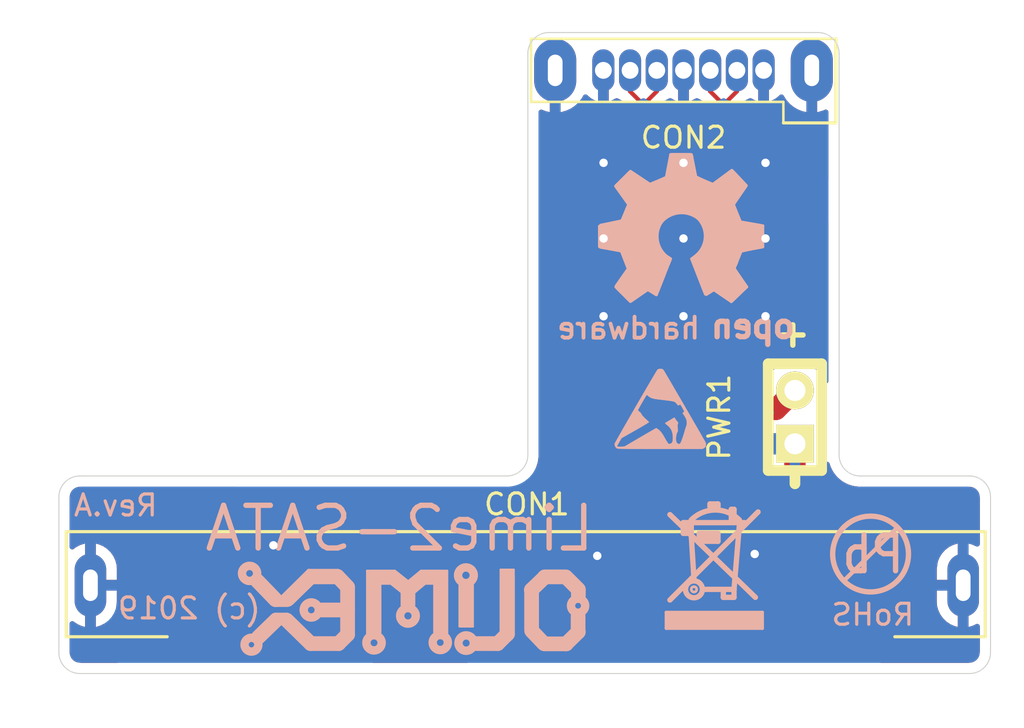
<source format=kicad_pcb>
(kicad_pcb (version 20190905) (host pcbnew "5.99.0-unknown-0ecf5de~86~ubuntu18.04.1")

  (general
    (thickness 1.6)
    (drawings 21)
    (tracks 87)
    (modules 10)
    (nets 13)
  )

  (page "A4")
  (layers
    (0 "F.Cu" signal)
    (31 "B.Cu" signal)
    (32 "B.Adhes" user)
    (33 "F.Adhes" user)
    (34 "B.Paste" user)
    (35 "F.Paste" user)
    (36 "B.SilkS" user)
    (37 "F.SilkS" user)
    (38 "B.Mask" user)
    (39 "F.Mask" user)
    (40 "Dwgs.User" user)
    (41 "Cmts.User" user)
    (42 "Eco1.User" user)
    (43 "Eco2.User" user)
    (44 "Edge.Cuts" user)
    (45 "Margin" user)
    (46 "B.CrtYd" user)
    (47 "F.CrtYd" user)
    (48 "B.Fab" user)
    (49 "F.Fab" user)
  )

  (setup
    (stackup
      (layer "F.SilkS" (type "Top Silk Screen"))
      (layer "F.Paste" (type "Top Solder Paste"))
      (layer "F.Mask" (type "Top Solder Mask") (thickness 0.01) (epsilon_r 3.5) (loss_tangent 0))
      (layer "F.Cu" (type "copper") (thickness 0.035))
      (layer "dielectric 1" (type "core") (thickness 1.51) (material "FR4") (epsilon_r 4.5) (loss_tangent 0.02))
      (layer "B.Cu" (type "copper") (thickness 0.035))
      (layer "B.Mask" (type "Bottom Solder Mask") (thickness 0.01) (epsilon_r 3.5) (loss_tangent 0))
      (layer "B.Paste" (type "Bottom Solder Paste"))
      (layer "B.SilkS" (type "Bottom Silk Screen"))
      (copper_finish "None")
      (dielectric_constraints no)
    )
    (last_trace_width 1.016)
    (user_trace_width 0.508)
    (user_trace_width 1.016)
    (trace_clearance 0.2)
    (zone_clearance 0.508)
    (zone_45_only no)
    (trace_min 0.2)
    (via_size 0.8)
    (via_drill 0.4)
    (via_min_size 0.4)
    (via_min_drill 0.3)
    (uvia_size 0.3)
    (uvia_drill 0.1)
    (uvias_allowed no)
    (uvia_min_size 0.2)
    (uvia_min_drill 0.1)
    (pad_size 3 1.5)
    (pad_drill 1.5)
    (pad_to_mask_clearance 0.051)
    (solder_mask_min_width 0.25)
    (aux_axis_origin 0 0)
    (visible_elements FFFFFF7F)
    (pcbplotparams
      (layerselection 0x010fc_ffffffff)
      (usegerberextensions false)
      (usegerberattributes false)
      (usegerberadvancedattributes false)
      (creategerberjobfile false)
      (excludeedgelayer true)
      (linewidth 0.100000)
      (plotframeref false)
      (viasonmask false)
      (mode 1)
      (useauxorigin false)
      (hpglpennumber 1)
      (hpglpenspeed 20)
      (hpglpendiameter 15.000000)
      (psnegative false)
      (psa4output false)
      (plotreference true)
      (plotvalue true)
      (plotinvisibletext false)
      (padsonsilk false)
      (subtractmaskfromsilk false)
      (outputformat 1)
      (mirror false)
      (drillshape 1)
      (scaleselection 1)
      (outputdirectory "")
    )
  )

  (net 0 "")
  (net 1 "Net-(CON1-Pad25)")
  (net 2 "Net-(CON1-Pad24)")
  (net 3 "Net-(CON1-Pad23)")
  (net 4 "Net-(CON1-Pad17)")
  (net 5 "Net-(CON1-Pad13)")
  (net 6 "Net-(CON1-Pad12)")
  (net 7 "Net-(CON1-Pad11)")
  (net 8 "/RX_P")
  (net 9 "/RX_N")
  (net 10 "/TX_N")
  (net 11 "/TX_P")
  (net 12 "/GND")

  (net_class "Default" "This is the default net class."
    (clearance 0.2)
    (trace_width 0.25)
    (via_dia 0.8)
    (via_drill 0.4)
    (uvia_dia 0.3)
    (uvia_drill 0.1)
    (add_net "/GND")
    (add_net "/RX_N")
    (add_net "/RX_P")
    (add_net "/TX_N")
    (add_net "/TX_P")
    (add_net "Net-(CON1-Pad11)")
    (add_net "Net-(CON1-Pad12)")
    (add_net "Net-(CON1-Pad13)")
    (add_net "Net-(CON1-Pad17)")
    (add_net "Net-(CON1-Pad23)")
    (add_net "Net-(CON1-Pad24)")
    (add_net "Net-(CON1-Pad25)")
  )

  (module "OLIMEX_LOGOs-FP:LOGO_RECYCLEBIN_1" (layer "B.Cu") (tedit 552CE91B) (tstamp 5D930CF2)
    (at 90.5 102.1 180)
    (fp_text reference "" (at 2.11 7.12) (layer "B.Fab") hide
      (effects (font (size 1 1) (thickness 0.15)) (justify mirror))
    )
    (fp_text value "" (at 2.85 -1.56) (layer "B.Fab") hide
      (effects (font (size 1 1) (thickness 0.15)) (justify mirror))
    )
    (fp_circle (center 3.302 1.905) (end 3.429 1.905) (layer "B.SilkS") (width 0.127))
    (fp_arc (start 2.286 4.064) (end 1.143 5.207) (angle -90) (layer "B.SilkS") (width 0.254))
    (fp_line (start 2.159 5.969) (end 2.159 5.842) (layer "B.SilkS") (width 0.254))
    (fp_line (start 2.159 5.842) (end 2.54 5.842) (layer "B.SilkS") (width 0.254))
    (fp_line (start 2.54 5.842) (end 2.54 5.969) (layer "B.SilkS") (width 0.254))
    (fp_line (start 2.54 5.969) (end 2.159 5.969) (layer "B.SilkS") (width 0.254))
    (fp_line (start 2.286 4.445) (end 2.921 4.445) (layer "B.SilkS") (width 0.254))
    (fp_line (start 2.159 4.572) (end 3.048 4.572) (layer "B.SilkS") (width 0.254))
    (fp_line (start 3.048 4.572) (end 3.048 4.191) (layer "B.SilkS") (width 0.254))
    (fp_line (start 3.048 4.191) (end 2.159 4.191) (layer "B.SilkS") (width 0.254))
    (fp_line (start 2.159 4.191) (end 2.159 4.572) (layer "B.SilkS") (width 0.254))
    (fp_line (start 3.556 4.572) (end 3.556 4.953) (layer "B.SilkS") (width 0.254))
    (fp_line (start 3.556 4.953) (end 3.683 4.953) (layer "B.SilkS") (width 0.254))
    (fp_line (start 3.683 4.953) (end 3.683 4.572) (layer "B.SilkS") (width 0.254))
    (fp_line (start 3.556 4.953) (end 3.556 4.826) (layer "B.SilkS") (width 0.254))
    (fp_line (start 3.556 5.08) (end 3.683 4.699) (layer "B.SilkS") (width 0.254))
    (fp_line (start 3.556 4.953) (end 3.556 4.826) (layer "B.SilkS") (width 0.254))
    (fp_line (start 3.429 5.08) (end 3.429 4.572) (layer "B.SilkS") (width 0.254))
    (fp_line (start 3.429 4.572) (end 3.81 4.572) (layer "B.SilkS") (width 0.254))
    (fp_line (start 3.81 4.572) (end 3.81 5.08) (layer "B.SilkS") (width 0.254))
    (fp_line (start 1.397 5.207) (end 1.397 5.715) (layer "B.SilkS") (width 0.254))
    (fp_line (start 1.397 5.715) (end 1.524 5.715) (layer "B.SilkS") (width 0.254))
    (fp_line (start 1.524 5.715) (end 1.524 5.207) (layer "B.SilkS") (width 0.254))
    (fp_circle (center 3.302 1.905) (end 3.683 2.032) (layer "B.SilkS") (width 0.254))
    (fp_line (start 3.302 2.413) (end 3.429 4.445) (layer "B.SilkS") (width 0.254))
    (fp_line (start 1.397 1.905) (end 1.397 1.524) (layer "B.SilkS") (width 0.254))
    (fp_line (start 1.397 1.524) (end 1.905 1.524) (layer "B.SilkS") (width 0.254))
    (fp_line (start 1.905 1.524) (end 1.905 1.778) (layer "B.SilkS") (width 0.254))
    (fp_line (start 0.889 5.08) (end 3.81 5.08) (layer "B.SilkS") (width 0.254))
    (fp_line (start 1.397 1.905) (end 1.143 4.953) (layer "B.SilkS") (width 0.254))
    (fp_line (start 1.397 1.905) (end 2.794 1.905) (layer "B.SilkS") (width 0.254))
    (fp_line (start 0.381 1.524) (end 4.445 5.461) (layer "B.SilkS") (width 0.254))
    (fp_line (start 0.254 5.588) (end 4.445 1.397) (layer "B.SilkS") (width 0.254))
    (fp_line (start 0.0988 0.1516) (end 4.5184 0.1516) (layer "B.SilkS") (width 0.15))
    (fp_line (start 4.5184 0.2532) (end 0.1496 0.2532) (layer "B.SilkS") (width 0.15))
    (fp_line (start 0.0988 0.4564) (end 4.5692 0.4564) (layer "B.SilkS") (width 0.15))
    (fp_line (start 0.0988 0.6088) (end 4.5184 0.6088) (layer "B.SilkS") (width 0.15))
    (fp_line (start 4.5692 0.3548) (end 0.1496 0.3548) (layer "B.SilkS") (width 0.15))
    (fp_line (start 4.5692 0.5072) (end 0.1496 0.5072) (layer "B.SilkS") (width 0.15))
    (fp_line (start 0.0988 0.6596) (end 4.5692 0.6596) (layer "B.SilkS") (width 0.15))
    (fp_line (start 4.5692 0.7612) (end 0.1496 0.7612) (layer "B.SilkS") (width 0.15))
    (fp_line (start 4.62 0.05) (end 0.048 0.05) (layer "B.SilkS") (width 0.15))
    (fp_line (start 0.048 0.05) (end 0.048 0.812) (layer "B.SilkS") (width 0.15))
    (fp_line (start 0.048 0.812) (end 4.62 0.812) (layer "B.SilkS") (width 0.15))
    (fp_line (start 4.62 0.812) (end 4.62 0.05) (layer "B.SilkS") (width 0.15))
  )

  (module "OLIMEX_LOGOs-FP:LOGO_PBFREE" (layer "B.Cu") (tedit 553A2F23) (tstamp 5D930C60)
    (at 95.8 98.2)
    (fp_text reference "" (at -0.2794 3.52552) (layer "B.Fab")
      (effects (font (size 1 1) (thickness 0.15)) (justify mirror))
    )
    (fp_text value "" (at 0.05588 -3.15214) (layer "B.Fab")
      (effects (font (size 1 1) (thickness 0.15)) (justify mirror))
    )
    (fp_text user "Pb" (at -0.08636 0.33528) (layer "B.SilkS")
      (effects (font (size 1.7 1.5) (thickness 0.254)) (justify mirror))
    )
    (fp_line (start -1.36398 1.47828) (end 1.06934 -0.94234) (layer "B.SilkS") (width 0.2))
    (fp_circle (center -0.2032 0.31496) (end 0.90678 1.73482) (layer "B.SilkS") (width 0.254))
  )

  (module "OLIMEX_LOGOs-FP:LOGO_STATIC_150" (layer "B.Cu") (tedit 553A1DB2) (tstamp 5D930C4D)
    (at 85.6 91.6 180)
    (fp_text reference "" (at 0 0) (layer "B.Fab") hide
      (effects (font (size 1.524 1.524) (thickness 0.3)) (justify mirror))
    )
    (fp_text value "" (at 0.75 0) (layer "B.Fab") hide
      (effects (font (size 1.524 1.524) (thickness 0.3)) (justify mirror))
    )
    (fp_poly (pts (xy 2.17199 -1.717547) (xy 2.155737 -1.775901) (xy 2.123005 -1.83024) (xy 2.076229 -1.875879)
      (xy 2.066144 -1.882384) (xy 2.066144 -1.800457) (xy 2.063155 -1.789665) (xy 2.050956 -1.763296)
      (xy 2.031387 -1.724811) (xy 2.006288 -1.677673) (xy 1.977499 -1.625342) (xy 1.946862 -1.571281)
      (xy 1.918584 -1.522922) (xy 1.845327 -1.399813) (xy 1.481252 -1.19297) (xy 1.306512 -1.093481)
      (xy 1.14909 -1.003407) (xy 1.009204 -0.922877) (xy 0.887072 -0.85202) (xy 0.782914 -0.790965)
      (xy 0.696949 -0.739842) (xy 0.629393 -0.698778) (xy 0.580468 -0.667903) (xy 0.550389 -0.647347)
      (xy 0.539378 -0.637238) (xy 0.539327 -0.636914) (xy 0.547155 -0.627299) (xy 0.568797 -0.605813)
      (xy 0.601494 -0.575068) (xy 0.642482 -0.537679) (xy 0.673158 -0.510257) (xy 0.761037 -0.428307)
      (xy 0.830345 -0.354902) (xy 0.880712 -0.290467) (xy 0.911768 -0.235431) (xy 0.912421 -0.233874)
      (xy 0.927463 -0.211338) (xy 0.954912 -0.181554) (xy 0.989388 -0.150242) (xy 0.996878 -0.144119)
      (xy 1.029661 -0.11606) (xy 1.054384 -0.091498) (xy 1.066895 -0.074673) (xy 1.067647 -0.071801)
      (xy 1.062263 -0.057659) (xy 1.04712 -0.027237) (xy 1.023728 0.016835) (xy 0.993599 0.071927)
      (xy 0.958242 0.135409) (xy 0.91917 0.204652) (xy 0.877893 0.277025) (xy 0.835921 0.349901)
      (xy 0.794766 0.420647) (xy 0.755939 0.486636) (xy 0.720951 0.545236) (xy 0.691312 0.593819)
      (xy 0.668533 0.629755) (xy 0.654126 0.650414) (xy 0.650524 0.654198) (xy 0.63734 0.651075)
      (xy 0.613729 0.636545) (xy 0.592654 0.620195) (xy 0.555258 0.589515) (xy 0.520314 0.563267)
      (xy 0.485584 0.540844) (xy 0.448832 0.521637) (xy 0.407821 0.505039) (xy 0.360315 0.49044)
      (xy 0.304078 0.477231) (xy 0.236873 0.464806) (xy 0.156463 0.452554) (xy 0.060613 0.439869)
      (xy -0.052915 0.42614) (xy -0.170603 0.412556) (xy -0.251782 0.402992) (xy -0.333777 0.392786)
      (xy -0.411291 0.382638) (xy -0.47903 0.373245) (xy -0.531697 0.365307) (xy -0.543283 0.363395)
      (xy -0.608917 0.350535) (xy -0.658639 0.335289) (xy -0.698521 0.314154) (xy -0.734635 0.283629)
      (xy -0.773055 0.24021) (xy -0.786977 0.222833) (xy -0.811711 0.193014) (xy -0.832456 0.170669)
      (xy -0.843629 0.161362) (xy -0.860574 0.162562) (xy -0.887288 0.172564) (xy -0.89587 0.176887)
      (xy -0.923118 0.190313) (xy -0.942289 0.197654) (xy -0.945177 0.19812) (xy -0.955652 0.188926)
      (xy -0.973799 0.163931) (xy -0.997431 0.127017) (xy -1.02436 0.082063) (xy -1.052399 0.032952)
      (xy -1.07936 -0.016436) (xy -1.103056 -0.06222) (xy -1.121298 -0.100518) (xy -1.1319 -0.127451)
      (xy -1.133687 -0.13632) (xy -1.125038 -0.151724) (xy -1.103464 -0.1706) (xy -1.095163 -0.176107)
      (xy -1.071076 -0.193009) (xy -1.057644 -0.206349) (xy -1.05664 -0.209036) (xy -1.063001 -0.221786)
      (xy -1.079605 -0.246085) (xy -1.100766 -0.27398) (xy -1.150076 -0.344738) (xy -1.195274 -0.424947)
      (xy -1.23084 -0.50448) (xy -1.239348 -0.52832) (xy -1.254416 -0.59489) (xy -1.259741 -0.668345)
      (xy -1.255432 -0.740593) (xy -1.241602 -0.803541) (xy -1.235358 -0.819997) (xy -1.224507 -0.848776)
      (xy -1.20932 -0.89405) (xy -1.191298 -0.951085) (xy -1.171945 -1.015152) (xy -1.156696 -1.067647)
      (xy -1.117256 -1.201487) (xy -1.078595 -1.323914) (xy -1.041607 -1.432295) (xy -1.007185 -1.523995)
      (xy -0.980051 -1.588091) (xy -0.953957 -1.637415) (xy -0.928079 -1.667127) (xy -0.899186 -1.679354)
      (xy -0.864047 -1.676227) (xy -0.851791 -1.672609) (xy -0.807351 -1.646728) (xy -0.773784 -1.602796)
      (xy -0.751504 -1.542131) (xy -0.740925 -1.466051) (xy -0.742463 -1.375875) (xy -0.746418 -1.33731)
      (xy -0.757487 -1.268776) (xy -0.772595 -1.204114) (xy -0.790258 -1.148264) (xy -0.808991 -1.106163)
      (xy -0.821295 -1.088225) (xy -0.832805 -1.066233) (xy -0.83385 -1.033326) (xy -0.832466 -1.021418)
      (xy -0.828718 -0.988548) (xy -0.824333 -0.942015) (xy -0.820074 -0.890125) (xy -0.818733 -0.871937)
      (xy -0.81583 -0.819442) (xy -0.816363 -0.782366) (xy -0.820881 -0.754307) (xy -0.829931 -0.728859)
      (xy -0.831205 -0.725994) (xy -0.841729 -0.697538) (xy -0.843249 -0.673044) (xy -0.834032 -0.647693)
      (xy -0.812344 -0.616668) (xy -0.777262 -0.576051) (xy -0.748303 -0.540905) (xy -0.723769 -0.50591)
      (xy -0.710402 -0.481618) (xy -0.696183 -0.450823) (xy -0.682048 -0.432626) (xy -0.66428 -0.42702)
      (xy -0.639161 -0.433998) (xy -0.602974 -0.453555) (xy -0.558735 -0.48135) (xy -0.503306 -0.516079)
      (xy -0.438634 -0.555222) (xy -0.37483 -0.592709) (xy -0.343958 -0.610315) (xy -0.299792 -0.636157)
      (xy -0.263753 -0.659179) (xy -0.239643 -0.676818) (xy -0.231248 -0.686326) (xy -0.233093 -0.693048)
      (xy -0.240094 -0.702629) (xy -0.254604 -0.71728) (xy -0.278975 -0.739211) (xy -0.315562 -0.770632)
      (xy -0.366717 -0.813752) (xy -0.368723 -0.815436) (xy -0.445695 -0.891879) (xy -0.506217 -0.978872)
      (xy -0.550872 -1.077877) (xy -0.580242 -1.190354) (xy -0.59491 -1.317766) (xy -0.596914 -1.387802)
      (xy -0.593656 -1.477779) (xy -0.582615 -1.548478) (xy -0.562933 -1.60152) (xy -0.533753 -1.638523)
      (xy -0.494216 -1.661105) (xy -0.447043 -1.670613) (xy -0.387611 -1.675542) (xy -0.331659 -1.592625)
      (xy -0.304782 -1.550978) (xy -0.271444 -1.496606) (xy -0.235639 -1.436156) (xy -0.201358 -1.376276)
      (xy -0.196997 -1.368476) (xy -0.134024 -1.260225) (xy -0.07571 -1.170586) (xy -0.020092 -1.097179)
      (xy 0.034794 -1.037622) (xy 0.09091 -0.989533) (xy 0.145322 -0.953369) (xy 0.197088 -0.923073)
      (xy 0.436999 -1.059835) (xy 0.527617 -1.11178) (xy 0.636563 -1.174744) (xy 0.763298 -1.248409)
      (xy 0.907278 -1.332461) (xy 1.067962 -1.426582) (xy 1.244809 -1.530456) (xy 1.437278 -1.643766)
      (xy 1.562947 -1.71787) (xy 1.617613 -1.749827) (xy 1.658293 -1.772297) (xy 1.689838 -1.787174)
      (xy 1.717102 -1.796358) (xy 1.744937 -1.801745) (xy 1.778197 -1.805233) (xy 1.788583 -1.806082)
      (xy 1.825331 -1.80795) (xy 1.87154 -1.808775) (xy 1.92209 -1.808663) (xy 1.971865 -1.807718)
      (xy 2.015745 -1.806042) (xy 2.048612 -1.803739) (xy 2.065347 -1.800914) (xy 2.066144 -1.800457)
      (xy 2.066144 -1.882384) (xy 2.04724 -1.894578) (xy 2.040909 -1.896479) (xy 2.028556 -1.898227)
      (xy 2.009296 -1.899828) (xy 1.982243 -1.90129) (xy 1.946513 -1.90262) (xy 1.90122 -1.903827)
      (xy 1.84548 -1.904916) (xy 1.778407 -1.905897) (xy 1.699116 -1.906775) (xy 1.606722 -1.907559)
      (xy 1.50034 -1.908256) (xy 1.379085 -1.908874) (xy 1.242071 -1.90942) (xy 1.088414 -1.909901)
      (xy 0.917228 -1.910325) (xy 0.727629 -1.910699) (xy 0.51873 -1.911031) (xy 0.289648 -1.911329)
      (xy 0.039496 -1.911599) (xy 0.022013 -1.911616) (xy -0.186121 -1.911799) (xy -0.388377 -1.911938)
      (xy -0.583653 -1.912032) (xy -0.770847 -1.912083) (xy -0.948857 -1.912092) (xy -1.116581 -1.91206)
      (xy -1.272918 -1.911987) (xy -1.416766 -1.911876) (xy -1.547023 -1.911725) (xy -1.662586 -1.911538)
      (xy -1.762355 -1.911314) (xy -1.845227 -1.911055) (xy -1.9101 -1.910761) (xy -1.955874 -1.910434)
      (xy -1.981445 -1.910075) (xy -1.986703 -1.909827) (xy -2.005005 -1.904808) (xy -2.027777 -1.899454)
      (xy -2.061179 -1.884491) (xy -2.098366 -1.856551) (xy -2.132242 -1.821793) (xy -2.153938 -1.789959)
      (xy -2.167537 -1.745489) (xy -2.170665 -1.691806) (xy -2.163447 -1.638992) (xy -2.151682 -1.606716)
      (xy -2.138976 -1.583288) (xy -2.116269 -1.542725) (xy -2.084237 -1.486193) (xy -2.043559 -1.41486)
      (xy -1.99491 -1.329893) (xy -1.93897 -1.232459) (xy -1.876415 -1.123726) (xy -1.807922 -1.004861)
      (xy -1.734169 -0.877031) (xy -1.655834 -0.741404) (xy -1.573594 -0.599146) (xy -1.488125 -0.451426)
      (xy -1.400107 -0.299409) (xy -1.310216 -0.144265) (xy -1.219129 0.012841) (xy -1.127523 0.170741)
      (xy -1.036078 0.328267) (xy -0.945468 0.484253) (xy -0.856373 0.637531) (xy -0.769469 0.786934)
      (xy -0.685435 0.931294) (xy -0.604946 1.069445) (xy -0.528681 1.200218) (xy -0.457318 1.322447)
      (xy -0.391532 1.434965) (xy -0.332003 1.536604) (xy -0.279407 1.626197) (xy -0.234422 1.702576)
      (xy -0.197724 1.764575) (xy -0.169993 1.811026) (xy -0.151904 1.840761) (xy -0.144135 1.852614)
      (xy -0.144106 1.852645) (xy -0.101326 1.881738) (xy -0.047048 1.897947) (xy 0.012315 1.901191)
      (xy 0.070354 1.891391) (xy 0.120659 1.868465) (xy 0.136563 1.85616) (xy 0.146164 1.842969)
      (xy 0.166012 1.811838) (xy 0.19543 1.763938) (xy 0.233739 1.70044) (xy 0.280264 1.622517)
      (xy 0.334326 1.531339) (xy 0.395249 1.428077) (xy 0.462356 1.313903) (xy 0.534968 1.189989)
      (xy 0.612409 1.057506) (xy 0.694002 0.917626) (xy 0.77907 0.771518) (xy 0.866934 0.620356)
      (xy 0.956919 0.46531) (xy 1.048346 0.307553) (xy 1.140539 0.148254) (xy 1.23282 -0.011414)
      (xy 1.324512 -0.17028) (xy 1.414938 -0.327173) (xy 1.503421 -0.480921) (xy 1.589283 -0.630352)
      (xy 1.671846 -0.774297) (xy 1.750435 -0.911582) (xy 1.824372 -1.041037) (xy 1.892979 -1.16149)
      (xy 1.955579 -1.27177) (xy 2.011495 -1.370706) (xy 2.06005 -1.457125) (xy 2.100566 -1.529858)
      (xy 2.132366 -1.587731) (xy 2.154774 -1.629575) (xy 2.167112 -1.654218) (xy 2.169327 -1.659862)
      (xy 2.17199 -1.717547)) (layer "B.SilkS") (width 0.013))
  )

  (module "OLIMEX_LOGOs-FP:OLIMEX_LOGO_TB" (layer "B.Cu") (tedit 5530FAE4) (tstamp 5D930C00)
    (at 73.7 101.1 180)
    (fp_text reference "" (at -2.4003 3.0607) (layer "B.Fab") hide
      (effects (font (size 1 1) (thickness 0.15)) (justify mirror))
    )
    (fp_text value "" (at -1.6637 -3.7084) (layer "B.Fab") hide
      (effects (font (size 1 1) (thickness 0.15)) (justify mirror))
    )
    (fp_line (start 3.4163 1.8288) (end 4.7879 1.8288) (layer "B.SilkS") (width 0.1))
    (fp_line (start 4.7879 1.8288) (end 4.8387 1.8288) (layer "B.SilkS") (width 0.1))
    (fp_line (start 4.8387 1.8288) (end 6.096 0.5842) (layer "B.SilkS") (width 0.1))
    (fp_line (start 1.8923 1.7145) (end 1.9939 1.7145) (layer "B.SilkS") (width 0.1))
    (fp_line (start 2.0447 1.778) (end 2.0447 1.7907) (layer "B.SilkS") (width 0.1))
    (fp_line (start 2.0447 1.7907) (end 0.7493 1.7907) (layer "B.SilkS") (width 0.1))
    (fp_line (start 0.7493 1.7907) (end 0.7239 1.7907) (layer "B.SilkS") (width 0.1))
    (fp_line (start 0.7239 1.7907) (end 0.1016 1.2954) (layer "B.SilkS") (width 0.1))
    (fp_line (start 2.0447 -1.2319) (end 2.0447 1.778) (layer "B.SilkS") (width 0.1))
    (fp_line (start -1.6129 1.7272) (end -1.6891 1.7272) (layer "B.SilkS") (width 0.1))
    (fp_line (start -1.7653 1.7907) (end -0.5207 1.7907) (layer "B.SilkS") (width 0.1))
    (fp_line (start -0.5207 1.7907) (end 0.0635 1.3081) (layer "B.SilkS") (width 0.1))
    (fp_line (start -1.7653 -1.2065) (end -1.7653 1.778) (layer "B.SilkS") (width 0.1))
    (fp_line (start -2.5019 -0.8001) (end -2.413 -0.8001) (layer "B.SilkS") (width 0.1))
    (fp_line (start -2.8448 -0.8001) (end -2.9083 -0.8001) (layer "B.SilkS") (width 0.1))
    (fp_line (start -2.9845 -0.8636) (end -2.3749 -0.8636) (layer "B.SilkS") (width 0.1))
    (fp_line (start -2.3749 -0.8636) (end -2.3495 -0.8636) (layer "B.SilkS") (width 0.1))
    (fp_line (start -2.3495 -0.8636) (end -2.3495 1.1557) (layer "B.SilkS") (width 0.1))
    (fp_line (start -2.9845 1.1557) (end -2.9845 -0.8636) (layer "B.SilkS") (width 0.1))
    (fp_line (start -4.4831 1.7653) (end -4.3688 1.7653) (layer "B.SilkS") (width 0.1))
    (fp_line (start -4.6101 1.8415) (end -4.3053 1.8415) (layer "B.SilkS") (width 0.1))
    (fp_line (start -4.3053 1.8415) (end -4.3053 -1.1938) (layer "B.SilkS") (width 0.1))
    (fp_line (start -4.7879 1.7526) (end -4.8514 1.7653) (layer "B.SilkS") (width 0.1))
    (fp_line (start -4.9022 1.8415) (end -4.9149 1.8415) (layer "B.SilkS") (width 0.1))
    (fp_line (start -4.9149 1.8415) (end -4.9276 1.8415) (layer "B.SilkS") (width 0.1))
    (fp_line (start -4.9276 1.8415) (end -4.9276 -1.3081) (layer "B.SilkS") (width 0.1))
    (fp_line (start -4.6228 1.8415) (end -4.9022 1.8415) (layer "B.SilkS") (width 0.1))
    (fp_line (start -4.6228 -1.2319) (end -4.6228 1.4986) (layer "B.SilkS") (width 0.7))
    (fp_line (start 1.7145 1.4859) (end 1.7145 -1.1176) (layer "B.SilkS") (width 0.7))
    (fp_line (start -6.4008 1.4986) (end -7.4041 1.4986) (layer "B.SilkS") (width 0.7))
    (fp_line (start -5.7785 0.889) (end -5.7785 -1.0414) (layer "B.SilkS") (width 0.7))
    (fp_line (start -8.001 0.8509) (end -8.001 0.6096) (layer "B.SilkS") (width 0.7))
    (fp_line (start -8.001 -1.1176) (end -7.4168 -1.6891) (layer "B.SilkS") (width 0.7))
    (fp_line (start -7.9883 -1.1303) (end -7.9883 -0.3683) (layer "B.SilkS") (width 0.7))
    (fp_line (start -7.4295 -1.6891) (end -6.3881 -1.6891) (layer "B.SilkS") (width 0.7))
    (fp_circle (center 4.699 -0.0762) (end 4.9657 0.1651) (layer "B.SilkS") (width 0.4))
    (fp_line (start 4.191 -0.0762) (end 2.9718 -0.0762) (layer "B.SilkS") (width 0.7))
    (fp_circle (center 7.6327 1.6637) (end 7.9375 1.8542) (layer "B.SilkS") (width 0.4))
    (fp_line (start 7.2644 1.3081) (end 6.4008 0.4144) (layer "B.SilkS") (width 0.7))
    (fp_line (start 5.842 0.3175) (end 6.4008 0.3175) (layer "B.SilkS") (width 0.5))
    (fp_line (start 4.7244 1.4986) (end 5.8166 0.4318) (layer "B.SilkS") (width 0.7))
    (fp_line (start 3.5025 1.4986) (end 4.7244 1.4986) (layer "B.SilkS") (width 0.7))
    (fp_line (start 2.9718 1.016) (end 3.4544 1.524) (layer "B.SilkS") (width 0.7))
    (fp_line (start 2.9718 0.9906) (end 2.9718 -1.2446) (layer "B.SilkS") (width 0.7))
    (fp_line (start 2.9718 -1.2446) (end 3.4036 -1.6764) (layer "B.SilkS") (width 0.7))
    (fp_line (start 3.4036 -1.6764) (end 4.7244 -1.6764) (layer "B.SilkS") (width 0.7))
    (fp_line (start 4.7244 -1.6764) (end 5.8674 -0.5588) (layer "B.SilkS") (width 0.7))
    (fp_line (start 5.8674 -0.4572) (end 6.4008 -0.4572) (layer "B.SilkS") (width 0.5))
    (fp_line (start 7.2136 -1.3716) (end 6.3754 -0.5588) (layer "B.SilkS") (width 0.7))
    (fp_circle (center 7.5438 -1.7272) (end 7.8359 -1.5748) (layer "B.SilkS") (width 0.4))
    (fp_circle (center 1.7145 -1.6383) (end 1.9304 -1.3462) (layer "B.SilkS") (width 0.4))
    (fp_line (start 0.8128 1.4732) (end 1.7018 1.4732) (layer "B.SilkS") (width 0.7))
    (fp_circle (center 0.1016 -0.3556) (end 0.3302 -0.0635) (layer "B.SilkS") (width 0.4))
    (fp_line (start 0.1778 0.9652) (end 0.8128 1.4732) (layer "B.SilkS") (width 0.7))
    (fp_line (start 0.1016 0.1778) (end 0.1016 0.889) (layer "B.SilkS") (width 0.7))
    (fp_line (start -0.6096 1.4732) (end 0 0.9652) (layer "B.SilkS") (width 0.7))
    (fp_line (start -1.4478 1.4732) (end -0.6096 1.4732) (layer "B.SilkS") (width 0.7))
    (fp_line (start -1.4478 -1.1176) (end -1.4478 1.4732) (layer "B.SilkS") (width 0.7))
    (fp_circle (center -1.4351 -1.6256) (end -1.1938 -1.3589) (layer "B.SilkS") (width 0.4))
    (fp_circle (center -2.6543 1.5748) (end -2.54 1.9304) (layer "B.SilkS") (width 0.4))
    (fp_line (start -2.667 1.0414) (end -2.667 -0.5588) (layer "B.SilkS") (width 0.7))
    (fp_circle (center -2.667 -1.651) (end -2.4638 -1.3462) (layer "B.SilkS") (width 0.4))
    (fp_line (start -3.1798 -1.6764) (end -4.1656 -1.6764) (layer "B.SilkS") (width 0.7))
    (fp_line (start -4.1656 -1.6764) (end -4.6228 -1.2192) (layer "B.SilkS") (width 0.7))
    (fp_line (start -5.7912 -1.0795) (end -6.35 -1.6637) (layer "B.SilkS") (width 0.7))
    (fp_line (start -6.4008 1.4859) (end -5.7658 0.8763) (layer "B.SilkS") (width 0.7))
    (fp_line (start -8.001 0.9017) (end -7.493 1.4097) (layer "B.SilkS") (width 0.7))
    (fp_circle (center -7.9883 0.127) (end -7.6708 0.2413) (layer "B.SilkS") (width 0.4))
  )

  (module "OLIMEX_LOGOs-FP:LOGO_OPENHARDWARE_8x8" (layer "B.Cu") (tedit 55534E4A) (tstamp 5D930AF4)
    (at 86.6 83.5 180)
    (fp_text reference "" (at 0 -0.5) (layer "B.Fab") hide
      (effects (font (size 1 1) (thickness 0.15)) (justify mirror))
    )
    (fp_text value "" (at 0 0.5) (layer "B.Fab") hide
      (effects (font (size 1 1) (thickness 0.15)) (justify mirror))
    )
    (fp_text user "hardware" (at 2.51206 -4.2672) (layer "B.SilkS")
      (effects (font (size 1 1) (thickness 0.18)) (justify mirror))
    )
    (fp_text user "open" (at -3.40106 -4.17576) (layer "B.SilkS")
      (effects (font (size 1.1 1.1) (thickness 0.254)) (justify mirror))
    )
    (fp_line (start 1.16332 -1.0668) (end 1.49606 -1.79832) (layer "B.SilkS") (width 1))
    (fp_line (start 1.16332 -1.15824) (end 2.34442 -2.1717) (layer "B.SilkS") (width 1))
    (fp_line (start 1.27762 -1.02108) (end 1.89484 -1.34874) (layer "B.SilkS") (width 1))
    (fp_line (start 1.59766 -0.60198) (end 2.20726 -0.70866) (layer "B.SilkS") (width 1))
    (fp_line (start 2.43332 0.55626) (end 1.71196 0.40894) (layer "B.SilkS") (width 1))
    (fp_line (start 2.19202 1.24968) (end 1.5367 0.88392) (layer "B.SilkS") (width 1))
    (fp_line (start 1.32334 2.11836) (end 0.90424 1.53162) (layer "B.SilkS") (width 1))
    (fp_line (start 0.7366 2.36982) (end 0.51562 1.68402) (layer "B.SilkS") (width 1))
    (fp_line (start -0.52832 2.38506) (end -0.36068 1.77546) (layer "B.SilkS") (width 1))
    (fp_line (start -0.96266 2.12598) (end -0.7874 1.76784) (layer "B.SilkS") (width 1))
    (fp_line (start -1.96088 1.34874) (end -1.50368 1.05918) (layer "B.SilkS") (width 1))
    (fp_line (start -2.13614 0.86868) (end -1.69418 0.70866) (layer "B.SilkS") (width 1))
    (fp_line (start -2.46126 -0.37592) (end -1.75514 -0.24892) (layer "B.SilkS") (width 1))
    (fp_line (start -2.21234 -1.02108) (end -1.64846 -0.54102) (layer "B.SilkS") (width 1))
    (fp_line (start -1.54686 -1.92024) (end -1.1811 -1.15824) (layer "B.SilkS") (width 1))
    (fp_line (start 3.24358 0.13208) (end 1.77546 0.04572) (layer "B.SilkS") (width 1))
    (fp_line (start 2.25298 2.31648) (end 1.14046 1.24968) (layer "B.SilkS") (width 1))
    (fp_line (start -0.0127 3.37312) (end -0.00762 1.85928) (layer "B.SilkS") (width 1))
    (fp_line (start -2.2733 2.39776) (end -1.21158 1.29032) (layer "B.SilkS") (width 1))
    (fp_line (start -3.25882 0.11176) (end -1.8415 0.17272) (layer "B.SilkS") (width 1))
    (fp_line (start -2.2225 -2.09296) (end -1.36906 -1.07188) (layer "B.SilkS") (width 1))
    (fp_line (start -1.2065 -0.66294) (end -0.89916 -0.92964) (layer "B.SilkS") (width 0.15))
    (fp_line (start -1.5367 2.25044) (end -0.55372 2.7432) (layer "B.SilkS") (width 0.15))
    (fp_line (start 0.64262 -1.25476) (end 0.5207 -0.97028) (layer "B.SilkS") (width 0.15))
    (fp_line (start 0.77978 -0.8001) (end 0.52578 -0.9652) (layer "B.SilkS") (width 0.15))
    (fp_line (start -0.72136 -0.79756) (end -0.4953 -0.97282) (layer "B.SilkS") (width 0.15))
    (fp_line (start -1.08966 -0.68326) (end -0.83058 -1.02108) (layer "B.SilkS") (width 0.15))
    (fp_line (start -1.31318 -0.46228) (end -1.2192 -0.63246) (layer "B.SilkS") (width 0.15))
    (fp_line (start -1.31318 -0.46228) (end -1.2192 -0.63246) (layer "B.SilkS") (width 0.15))
    (fp_line (start -1.45034 0.39116) (end -1.31826 -0.4318) (layer "B.SilkS") (width 0.15))
    (fp_line (start -1.02616 1.12776) (end -1.44526 0.39624) (layer "B.SilkS") (width 0.15))
    (fp_line (start -0.15494 1.55702) (end -1.02616 1.12776) (layer "B.SilkS") (width 0.15))
    (fp_line (start 0.6604 1.38938) (end -0.15494 1.5494) (layer "B.SilkS") (width 0.15))
    (fp_line (start 1.17094 0.96012) (end 0.6604 1.38938) (layer "B.SilkS") (width 0.15))
    (fp_line (start 1.40462 0.28702) (end 1.17094 0.96012) (layer "B.SilkS") (width 0.15))
    (fp_line (start 1.39954 -0.21844) (end 1.39954 0.29972) (layer "B.SilkS") (width 0.15))
    (fp_line (start 1.02362 -0.92964) (end 1.39954 -0.21844) (layer "B.SilkS") (width 0.15))
    (fp_line (start 0.84582 -1.05156) (end 1.02362 -0.92964) (layer "B.SilkS") (width 0.15))
    (fp_line (start -2.4257 2.96926) (end -1.54178 2.2479) (layer "B.SilkS") (width 0.15))
    (fp_line (start -2.18186 1.61544) (end -2.78384 2.52476) (layer "B.SilkS") (width 0.15))
    (fp_line (start -2.18694 1.62052) (end -2.57302 0.6223) (layer "B.SilkS") (width 0.15))
    (fp_line (start -3.71602 0.35306) (end -2.60096 0.59944) (layer "B.SilkS") (width 0.15))
    (fp_line (start -3.57378 0.40894) (end -3.57378 -0.2413) (layer "B.SilkS") (width 0.15))
    (fp_line (start 0.80264 -0.99314) (end 1.33096 -2.3749) (layer "B.SilkS") (width 0.15))
    (fp_line (start 1.1938 -2.67208) (end 0.80772 -1.69164) (layer "B.SilkS") (width 0.15))
    (fp_line (start 1.72212 -2.34442) (end 1.1938 -2.67208) (layer "B.SilkS") (width 0.15))
    (fp_line (start 2.40538 -2.67716) (end 1.58496 -2.14884) (layer "B.SilkS") (width 0.15))
    (fp_line (start 1.54178 -2.37236) (end 2.41808 -2.99212) (layer "B.SilkS") (width 0.15))
    (fp_line (start 2.42824 -2.98704) (end 3.1115 -2.29616) (layer "B.SilkS") (width 0.15))
    (fp_line (start 2.82448 -2.21234) (end 2.33934 -2.7432) (layer "B.SilkS") (width 0.15))
    (fp_line (start 2.8575 -0.57658) (end 2.4765 -1.55702) (layer "B.SilkS") (width 0.15))
    (fp_line (start 2.75336 -0.6096) (end 3.87604 -0.39878) (layer "B.SilkS") (width 0.15))
    (fp_line (start 3.89128 0.57912) (end 3.88874 -0.37846) (layer "B.SilkS") (width 0.15))
    (fp_line (start 3.80746 -0.16256) (end 2.70002 -0.38608) (layer "B.SilkS") (width 0.15))
    (fp_line (start 2.50444 1.60782) (end 2.8702 0.73914) (layer "B.SilkS") (width 0.15))
    (fp_line (start 3.11912 2.4892) (end 2.41554 1.4986) (layer "B.SilkS") (width 0.15))
    (fp_line (start 2.42062 3.1877) (end 3.11404 2.49682) (layer "B.SilkS") (width 0.15))
    (fp_line (start 1.40462 2.51206) (end 2.41554 3.18516) (layer "B.SilkS") (width 0.15))
    (fp_line (start 0.71882 2.89814) (end 1.524 2.56032) (layer "B.SilkS") (width 0.15))
    (fp_line (start 0.50292 3.9878) (end 0.72898 2.81686) (layer "B.SilkS") (width 0.15))
    (fp_line (start -0.46228 3.9878) (end 0.50292 3.9878) (layer "B.SilkS") (width 0.15))
    (fp_line (start -0.47244 3.98018) (end -0.6731 2.95402) (layer "B.SilkS") (width 0.15))
    (fp_line (start -1.4605 2.58572) (end -0.55626 2.96418) (layer "B.SilkS") (width 0.15))
    (fp_line (start -2.39522 3.23342) (end -1.42494 2.51714) (layer "B.SilkS") (width 0.15))
    (fp_line (start -3.08102 2.51714) (end -2.40792 3.23088) (layer "B.SilkS") (width 0.15))
    (fp_line (start -3.0607 2.48158) (end -2.46634 1.62814) (layer "B.SilkS") (width 0.15))
    (fp_line (start -2.79908 0.79756) (end -2.4638 1.63068) (layer "B.SilkS") (width 0.15))
    (fp_line (start -3.86842 0.59944) (end -2.69748 0.80264) (layer "B.SilkS") (width 0.15))
    (fp_line (start -3.86588 0.5969) (end -3.86588 -0.38862) (layer "B.SilkS") (width 0.15))
    (fp_line (start -3.86588 -0.39624) (end -2.794 -0.59182) (layer "B.SilkS") (width 0.15))
    (fp_line (start -3.10388 -2.30378) (end -2.50698 -1.44018) (layer "B.SilkS") (width 0.15))
    (fp_line (start -2.3749 -2.99974) (end -3.09626 -2.30632) (layer "B.SilkS") (width 0.15))
    (fp_line (start -1.54178 -2.42824) (end -2.36728 -2.99212) (layer "B.SilkS") (width 0.15))
    (fp_line (start -1.52908 -2.4384) (end -1.18364 -2.65938) (layer "B.SilkS") (width 0.15))
    (fp_line (start -1.14554 -2.6416) (end -0.4953 -0.97282) (layer "B.SilkS") (width 0.15))
    (fp_line (start 2.42062 -2.8321) (end 2.97434 -2.286) (layer "B.SilkS") (width 0.37))
    (fp_line (start 2.35458 -1.39192) (end 2.97434 -2.27838) (layer "B.SilkS") (width 0.37))
    (fp_arc (start 0.0635 0.11684) (end -0.8255 -0.84836) (angle -90) (layer "B.SilkS") (width 0.37))
    (fp_arc (start -0.0127 -0.03048) (end -0.8763 1.03124) (angle -90) (layer "B.SilkS") (width 0.37))
    (fp_arc (start -0.07874 0.1016) (end 1.03886 0.84836) (angle -90) (layer "B.SilkS") (width 0.37))
    (fp_line (start 1.2319 -2.45872) (end 0.65786 -1.01854) (layer "B.SilkS") (width 0.37))
    (fp_line (start 1.56972 -2.2733) (end 1.2319 -2.45872) (layer "B.SilkS") (width 0.37))
    (fp_line (start 2.40538 -2.83972) (end 1.56972 -2.2733) (layer "B.SilkS") (width 0.37))
    (fp_line (start 2.76098 -0.48006) (end 2.35458 -1.39192) (layer "B.SilkS") (width 0.37))
    (fp_line (start 3.77444 -0.30988) (end 2.76098 -0.48006) (layer "B.SilkS") (width 0.37))
    (fp_line (start 3.77444 0.52578) (end 3.77444 -0.30988) (layer "B.SilkS") (width 0.37))
    (fp_line (start 2.6924 0.75438) (end 3.77444 0.52578) (layer "B.SilkS") (width 0.37))
    (fp_line (start 2.35204 1.69164) (end 2.6924 0.75438) (layer "B.SilkS") (width 0.37))
    (fp_line (start 2.96926 2.48158) (end 2.35204 1.69164) (layer "B.SilkS") (width 0.37))
    (fp_line (start 2.41554 3.03022) (end 2.96926 2.48412) (layer "B.SilkS") (width 0.37))
    (fp_line (start 1.5113 2.39776) (end 2.41554 3.0322) (layer "B.SilkS") (width 0.37))
    (fp_line (start 0.5969 2.84226) (end 1.4986 2.39268) (layer "B.SilkS") (width 0.37))
    (fp_line (start 0.38354 3.8608) (end 0.5969 2.84226) (layer "B.SilkS") (width 0.37))
    (fp_line (start -0.38354 3.88112) (end 0.40132 3.88112) (layer "B.SilkS") (width 0.37))
    (fp_line (start -0.37592 3.86842) (end -0.58166 2.85496) (layer "B.SilkS") (width 0.37))
    (fp_line (start -1.48082 2.42824) (end -0.635 2.83464) (layer "B.SilkS") (width 0.37))
    (fp_line (start -2.36982 3.07086) (end -1.54178 2.41808) (layer "B.SilkS") (width 0.37))
    (fp_line (start -2.91846 2.51206) (end -2.41808 3.04546) (layer "B.SilkS") (width 0.38))
    (fp_line (start -2.9083 2.4892) (end -2.35204 1.6383) (layer "B.SilkS") (width 0.37))
    (fp_line (start -2.6797 0.72136) (end -2.33172 1.5875) (layer "B.SilkS") (width 0.37))
    (fp_line (start -3.72872 0.50546) (end -2.71018 0.6858) (layer "B.SilkS") (width 0.37))
    (fp_line (start -3.71602 0.49276) (end -3.7211 -0.29464) (layer "B.SilkS") (width 0.38))
    (fp_line (start -3.72618 -0.28448) (end -2.77622 -0.50292) (layer "B.SilkS") (width 0.37))
    (fp_line (start -2.74828 -0.52578) (end -2.39014 -1.4097) (layer "B.SilkS") (width 0.37))
    (fp_line (start -2.92354 -2.286) (end -2.39014 -1.45288) (layer "B.SilkS") (width 0.37))
    (fp_line (start -2.93878 -2.286) (end -2.3749 -2.82448) (layer "B.SilkS") (width 0.38))
    (fp_line (start -2.3622 -2.82448) (end -1.58242 -2.29362) (layer "B.SilkS") (width 0.4))
    (fp_line (start -1.57226 -2.27584) (end -1.25476 -2.48158) (layer "B.SilkS") (width 0.37))
    (fp_line (start -1.22682 -2.46126) (end -0.67564 -1.03886) (layer "B.SilkS") (width 0.42))
  )

  (module "OLIMEX_Other-FP:Fiducial1x3_transp" (layer "F.Cu") (tedit 5950B992) (tstamp 5D930929)
    (at 92.2 81.7)
    (attr smd)
    (fp_text reference "Ref*" (at 0 3) (layer "F.SilkS") hide
      (effects (font (size 1 1) (thickness 0.15)))
    )
    (fp_text value "Val**" (at 0 -3) (layer "F.Fab") hide
      (effects (font (size 1 1) (thickness 0.15)))
    )
    (fp_circle (center 0 0) (end 1.5 0) (layer "Dwgs.User") (width 0.254))
    (pad "Fid1" connect circle (at 0 0) (size 1 1) (layers "F.Cu" "F.Mask")
      (solder_mask_margin 0.127) (clearance 1.016) (zone_connect 0))
  )

  (module "OLIMEX_Other-FP:Fiducial1x3_transp" (layer "F.Cu") (tedit 5950B992) (tstamp 5D930900)
    (at 60.8 102.3)
    (attr smd)
    (fp_text reference "Ref*" (at 0 3) (layer "F.SilkS") hide
      (effects (font (size 1 1) (thickness 0.15)))
    )
    (fp_text value "Val**" (at 0 -3) (layer "F.Fab") hide
      (effects (font (size 1 1) (thickness 0.15)))
    )
    (fp_circle (center 0 0) (end 1.5 0) (layer "Dwgs.User") (width 0.254))
    (pad "Fid1" connect circle (at 0 0) (size 1 1) (layers "F.Cu" "F.Mask")
      (solder_mask_margin 0.127) (clearance 1.016) (zone_connect 0))
  )

  (module "OLIMEX_Connectors-FP:SIP2" locked (layer "F.Cu") (tedit 550009B4) (tstamp 5D92FD84)
    (at 92 92 90)
    (descr "SIP4")
    (tags "SIP4")
    (path "/5D948460")
    (attr smd)
    (fp_text reference "PWR1" (at 0 -3.6 90) (layer "F.SilkS")
      (effects (font (size 1 1) (thickness 0.15)))
    )
    (fp_text value "BH02S" (at -0.1 3.7 90) (layer "F.SilkS") hide
      (effects (font (size 1 1) (thickness 0.15)))
    )
    (fp_line (start -3.175 0) (end -2.54 0) (layer "F.SilkS") (width 0.508))
    (fp_line (start -2.54 -1.27) (end 2.54 -1.27) (layer "F.SilkS") (width 0.508))
    (fp_line (start 2.54 -1.27) (end 2.54 1.27) (layer "F.SilkS") (width 0.508))
    (fp_line (start 2.54 1.27) (end -2.54 1.27) (layer "F.SilkS") (width 0.508))
    (fp_line (start -2.54 1.27) (end -2.54 -1.27) (layer "F.SilkS") (width 0.508))
    (pad "2" thru_hole circle (at 1.27 0 180) (size 1.8 1.8) (drill 1) (layers *.Cu *.Mask "F.SilkS")
      (net 4 "Net-(CON1-Pad17)"))
    (pad "1" thru_hole rect (at -1.27 0 180) (size 1.8 1.8) (drill 1) (layers *.Cu *.Mask "F.SilkS")
      (net 12 "/GND"))
    (model "Housings_SIP/SIP9_Housing.wrl"
      (at (xyz 0 0 0))
      (scale (xyz 0.3937 0.3937 0.3937))
      (rotate (xyz 0 0 0))
    )
  )

  (module "OLIMEX_Connectors-FP:SATA7-S-PTH" locked (layer "F.Cu") (tedit 5D92EB3C) (tstamp 5D92F231)
    (at 86.7 75.5)
    (path "/5D93236E")
    (fp_text reference "CON2" (at 0 3.2 180) (layer "F.SilkS")
      (effects (font (size 1 1) (thickness 0.15)))
    )
    (fp_text value "SATA7P" (at 0 -2.5) (layer "F.Fab")
      (effects (font (size 1 1) (thickness 0.15)))
    )
    (fp_line (start 7.25 2.5) (end 4.75 2.5) (layer "F.SilkS") (width 0.15))
    (fp_line (start 7.25 2.5) (end 7.25 -1.5) (layer "F.SilkS") (width 0.15))
    (fp_line (start 4.58 -1.25) (end 4.58 1.25) (layer "F.CrtYd") (width 0.05))
    (fp_line (start -4.58 -1.25) (end 4.58 -1.25) (layer "F.CrtYd") (width 0.05))
    (fp_line (start -4.58 1.25) (end -4.58 -1.25) (layer "F.CrtYd") (width 0.05))
    (fp_line (start 4.58 1.25) (end -4.58 1.25) (layer "F.CrtYd") (width 0.05))
    (fp_line (start 4.75 2.5) (end 4.75 1.5) (layer "F.SilkS") (width 0.12))
    (fp_line (start -7.25 -1.5) (end 7.25 -1.5) (layer "F.SilkS") (width 0.12))
    (fp_line (start -7.25 1.5) (end -7.25 -1.5) (layer "F.SilkS") (width 0.12))
    (fp_line (start 4.75 1.5) (end -7.25 1.5) (layer "F.SilkS") (width 0.12))
    (pad "0" thru_hole oval (at -6.1 0 180) (size 2 3) (drill oval 0.7 1.5) (layers *.Cu *.Mask)
      (net 12 "/GND"))
    (pad "0" thru_hole oval (at 6.1 0 180) (size 2 3) (drill oval 0.7 1.5) (layers *.Cu *.Mask)
      (net 12 "/GND"))
    (pad "1" thru_hole oval (at -3.81 0 180) (size 1.05 2) (drill 0.8) (layers *.Cu *.Mask)
      (net 12 "/GND"))
    (pad "2" thru_hole oval (at -2.54 0 180) (size 1.05 2) (drill 0.8) (layers *.Cu *.Mask)
      (net 11 "/TX_P"))
    (pad "3" thru_hole oval (at -1.27 0 180) (size 1.05 2) (drill 0.8) (layers *.Cu *.Mask)
      (net 10 "/TX_N"))
    (pad "4" thru_hole oval (at 0 0 180) (size 1.05 2) (drill 0.8) (layers *.Cu *.Mask)
      (net 12 "/GND"))
    (pad "5" thru_hole oval (at 1.27 0 180) (size 1.05 2) (drill 0.8) (layers *.Cu *.Mask)
      (net 9 "/RX_N"))
    (pad "6" thru_hole oval (at 2.54 0 180) (size 1.05 2) (drill 0.8) (layers *.Cu *.Mask)
      (net 8 "/RX_P"))
    (pad "7" thru_hole oval (at 3.81 0 180) (size 1.05 2) (drill 0.8) (layers *.Cu *.Mask)
      (net 12 "/GND"))
  )

  (module "OLIMEX_Connectors-FP:SATA7_15_HDD" locked (layer "F.Cu") (tedit 5D92EA2A) (tstamp 5D92F210)
    (at 79.25 99.45)
    (path "/5D93330D")
    (fp_text reference "CON1" (at 0 -3.3) (layer "F.SilkS")
      (effects (font (size 1 1) (thickness 0.15)))
    )
    (fp_text value "SATA7_15P" (at -0.1 6) (layer "F.Fab")
      (effects (font (size 1 1) (thickness 0.15)))
    )
    (fp_line (start -21.9 -2) (end 21.8 -2) (layer "F.SilkS") (width 0.15))
    (fp_line (start 21.8 -2) (end 21.8 3) (layer "F.SilkS") (width 0.15))
    (fp_line (start 21.8 3) (end 17.5 3) (layer "F.SilkS") (width 0.15))
    (fp_line (start -21.9 -2) (end -21.9 3) (layer "F.SilkS") (width 0.15))
    (fp_line (start -21.9 3) (end -17.1 3) (layer "F.SilkS") (width 0.15))
    (pad "25" smd rect (at 15.875 2 90) (size 4 0.7) (layers "F.Cu" "F.Paste" "F.Mask")
      (net 1 "Net-(CON1-Pad25)"))
    (pad "24" smd rect (at 14.605 2 90) (size 4 0.7) (layers "F.Cu" "F.Paste" "F.Mask")
      (net 2 "Net-(CON1-Pad24)"))
    (pad "23" smd rect (at 13.335 2 90) (size 4 0.7) (layers "F.Cu" "F.Paste" "F.Mask")
      (net 3 "Net-(CON1-Pad23)"))
    (pad "22" smd rect (at 12.065 2 90) (size 4 0.7) (layers "F.Cu" "F.Paste" "F.Mask")
      (net 12 "/GND"))
    (pad "21" smd rect (at 10.795 2 90) (size 4 0.7) (layers "F.Cu" "F.Paste" "F.Mask")
      (net 12 "/GND"))
    (pad "20" smd rect (at 9.525 2 90) (size 4 0.7) (layers "F.Cu" "F.Paste" "F.Mask")
      (net 12 "/GND"))
    (pad "19" smd rect (at 8.255 2 90) (size 4 0.7) (layers "F.Cu" "F.Paste" "F.Mask")
      (net 4 "Net-(CON1-Pad17)"))
    (pad "18" smd rect (at 6.985 2 90) (size 4 0.7) (layers "F.Cu" "F.Paste" "F.Mask")
      (net 4 "Net-(CON1-Pad17)"))
    (pad "17" smd rect (at 5.715 2 90) (size 4 0.7) (layers "F.Cu" "F.Paste" "F.Mask")
      (net 4 "Net-(CON1-Pad17)"))
    (pad "16" smd rect (at 4.445 2 90) (size 4 0.7) (layers "F.Cu" "F.Paste" "F.Mask")
      (net 12 "/GND"))
    (pad "15" smd rect (at 3.175 2 90) (size 4 0.7) (layers "F.Cu" "F.Paste" "F.Mask")
      (net 12 "/GND"))
    (pad "14" smd rect (at 1.905 2 90) (size 4 0.7) (layers "F.Cu" "F.Paste" "F.Mask")
      (net 12 "/GND"))
    (pad "13" smd rect (at 0.635 2 90) (size 4 0.7) (layers "F.Cu" "F.Paste" "F.Mask")
      (net 5 "Net-(CON1-Pad13)"))
    (pad "12" smd rect (at -0.635 2 90) (size 4 0.7) (layers "F.Cu" "F.Paste" "F.Mask")
      (net 6 "Net-(CON1-Pad12)"))
    (pad "11" smd rect (at -1.905 2 90) (size 4 0.7) (layers "F.Cu" "F.Paste" "F.Mask")
      (net 7 "Net-(CON1-Pad11)"))
    (pad "7" smd rect (at -8.255 2 90) (size 4 0.7) (layers "F.Cu" "F.Paste" "F.Mask")
      (net 12 "/GND"))
    (pad "6" smd rect (at -9.525 2 90) (size 4 0.7) (layers "F.Cu" "F.Paste" "F.Mask")
      (net 8 "/RX_P"))
    (pad "5" smd rect (at -10.795 2 90) (size 4 0.7) (layers "F.Cu" "F.Paste" "F.Mask")
      (net 9 "/RX_N"))
    (pad "4" smd rect (at -12.065 2 90) (size 4 0.7) (layers "F.Cu" "F.Paste" "F.Mask")
      (net 12 "/GND"))
    (pad "3" smd rect (at -13.335 2 90) (size 4 0.7) (layers "F.Cu" "F.Paste" "F.Mask")
      (net 10 "/TX_N"))
    (pad "2" smd rect (at -14.605 2 90) (size 4 0.7) (layers "F.Cu" "F.Paste" "F.Mask")
      (net 11 "/TX_P"))
    (pad "1" smd rect (at -15.875 2 90) (size 4 0.7) (layers "F.Cu" "F.Paste" "F.Mask")
      (net 12 "/GND"))
    (pad "0" thru_hole oval (at 20.75 0.55 90) (size 3 1.5) (drill oval 1.5 0.7) (layers *.Cu *.Mask)
      (net 12 "/GND"))
    (pad "0" thru_hole oval (at -20.75 0.55 90) (size 3 1.5) (drill oval 1.5 0.7) (layers *.Cu *.Mask)
      (net 12 "/GND"))
  )

  (gr_text "+" (at 91.9 88) (layer "F.SilkS")
    (effects (font (size 1.27 1.27) (thickness 0.254)))
  )
  (gr_text "RoHS" (at 95.7 101.4) (layer "B.SilkS")
    (effects (font (size 1 1) (thickness 0.15)) (justify mirror))
  )
  (gr_text "(c) 2019" (at 63.2 101.1) (layer "B.SilkS")
    (effects (font (size 1 1) (thickness 0.15)) (justify mirror))
  )
  (gr_text "Rev.A" (at 59.7 96.2) (layer "B.SilkS")
    (effects (font (size 1 1) (thickness 0.15)) (justify mirror))
  )
  (gr_text "Lime2-SATA" (at 73.2 97.3) (layer "B.SilkS")
    (effects (font (size 2.032 2.032) (thickness 0.254)) (justify mirror))
  )
  (gr_line (start 95.1 94.8) (end 100.3 94.8) (layer "Edge.Cuts") (width 0.05))
  (gr_arc (start 93.099997 74.700001) (end 94.1 74.7) (angle -89.99971352) (layer "Edge.Cuts") (width 0.05) (tstamp 5D92FC5B))
  (gr_arc (start 80.299997 74.699996) (end 80.299996 73.699993) (angle -89.99971352) (layer "Edge.Cuts") (width 0.05) (tstamp 5D92FC4F))
  (gr_arc (start 78.299997 93.799996) (end 78.299998 94.799999) (angle -89.99971352) (layer "Edge.Cuts") (width 0.05) (tstamp 5D92FC34))
  (gr_arc (start 95.1 93.8) (end 94.1 93.8) (angle -90) (layer "Edge.Cuts") (width 0.05) (tstamp 5D92FC2B))
  (gr_arc (start 58 95.8) (end 58 94.8) (angle -90) (layer "Edge.Cuts") (width 0.05) (tstamp 5D92FC0A))
  (gr_arc (start 100.3 95.8) (end 101.3 95.8) (angle -90) (layer "Edge.Cuts") (width 0.05) (tstamp 5D92FC03))
  (gr_arc (start 100.3 103.2) (end 100.3 104.2) (angle -90) (layer "Edge.Cuts") (width 0.05) (tstamp 5D92FBF8))
  (gr_arc (start 58 103.2) (end 57 103.2) (angle -90) (layer "Edge.Cuts") (width 0.05))
  (gr_line (start 79.3 93.8) (end 79.299994 74.699992) (layer "Edge.Cuts") (width 0.05))
  (gr_line (start 58 94.8) (end 78.299998 94.799999) (layer "Edge.Cuts") (width 0.05))
  (gr_line (start 57 103.2) (end 57 95.8) (layer "Edge.Cuts") (width 0.05))
  (gr_line (start 100.3 104.2) (end 58 104.2) (layer "Edge.Cuts") (width 0.05))
  (gr_line (start 101.3 95.8) (end 101.3 103.2) (layer "Edge.Cuts") (width 0.05))
  (gr_line (start 94.1 74.7) (end 94.1 93.8) (layer "Edge.Cuts") (width 0.05))
  (gr_line (start 80.299996 73.699993) (end 93.100001 73.699998) (layer "Edge.Cuts") (width 0.05))

  (via (at 82.9 79.9) (size 0.8) (drill 0.4) (layers "F.Cu" "B.Cu") (net 12))
  (via (at 82.9 83.5) (size 0.8) (drill 0.4) (layers "F.Cu" "B.Cu") (net 12))
  (via (at 82.9 87.2) (size 0.8) (drill 0.4) (layers "F.Cu" "B.Cu") (net 12))
  (via (at 90.6 87.2) (size 0.8) (drill 0.4) (layers "F.Cu" "B.Cu") (net 12))
  (via (at 90.6 83.5) (size 0.8) (drill 0.4) (layers "F.Cu" "B.Cu") (net 12))
  (via (at 90.6 79.9) (size 0.8) (drill 0.4) (layers "F.Cu" "B.Cu") (net 12))
  (via (at 86.7 83.5) (size 0.8) (drill 0.4) (layers "F.Cu" "B.Cu") (net 12))
  (via (at 86.7 87.2) (size 0.8) (drill 0.4) (layers "F.Cu" "B.Cu") (net 12))
  (via (at 86.7 79.9) (size 0.8) (drill 0.4) (layers "F.Cu" "B.Cu") (net 12))
  (via (at 90.087 98.513) (size 0.8) (drill 0.4) (layers "F.Cu" "B.Cu") (net 12))
  (segment (start 90.087 98.513) (end 90.087 98.9) (width 1.016) (layer "F.Cu") (net 12) (tstamp 5D930714))
  (via (at 67.2 98.1) (size 0.8) (drill 0.4) (layers "F.Cu" "B.Cu") (net 12))
  (segment (start 82.6 98.6) (end 87.93 93.27) (width 1.016) (layer "B.Cu") (net 12))
  (segment (start 87.93 93.27) (end 92 93.27) (width 1.016) (layer "B.Cu") (net 12))
  (segment (start 82.425 98.775) (end 82.6 98.6) (width 1.016) (layer "F.Cu") (net 12))
  (segment (start 82.425 98.942) (end 82.425 98.775) (width 1.016) (layer "F.Cu") (net 12))
  (via (at 82.6 98.6) (size 0.8) (drill 0.4) (layers "F.Cu" "B.Cu") (net 12))
  (segment (start 92 93.27) (end 92 95.186) (width 1.016) (layer "F.Cu") (net 12))
  (segment (start 92 95.186) (end 90.087 97.099) (width 1.016) (layer "F.Cu") (net 12))
  (segment (start 90.087 97.099) (end 90.087 98.513) (width 1.016) (layer "F.Cu") (net 12))
  (segment (start 86.3 99) (end 86.5 99) (width 0.508) (layer "F.Cu") (net 4))
  (segment (start 85.3 99) (end 86.3 99) (width 0.508) (layer "F.Cu") (net 4))
  (segment (start 92 90.73) (end 91.100001 91.629999) (width 1.016) (layer "F.Cu") (net 4))
  (segment (start 90.565599 91.629999) (end 86.3 95.895598) (width 1.016) (layer "F.Cu") (net 4))
  (segment (start 91.100001 91.629999) (end 90.565599 91.629999) (width 1.016) (layer "F.Cu") (net 4))
  (segment (start 86.3 95.895598) (end 86.3 99) (width 1.016) (layer "F.Cu") (net 4))
  (segment (start 86.5 99) (end 87.3 99) (width 0.508) (layer "F.Cu") (net 4))
  (segment (start 86.235 101.45) (end 86.235 99.265) (width 0.508) (layer "F.Cu") (net 4))
  (segment (start 86.235 99.265) (end 86.5 99) (width 0.508) (layer "F.Cu") (net 4))
  (segment (start 87.3 99) (end 87.505 99.205) (width 0.508) (layer "F.Cu") (net 4))
  (segment (start 87.505 99.205) (end 87.505 101.45) (width 0.508) (layer "F.Cu") (net 4))
  (segment (start 84.965 99.335) (end 85.3 99) (width 0.508) (layer "F.Cu") (net 4))
  (segment (start 84.965 101.45) (end 84.965 99.335) (width 0.508) (layer "F.Cu") (net 4))
  (segment (start 90.2 98.9) (end 91.273 98.9) (width 0.508) (layer "F.Cu") (net 12))
  (segment (start 90.087 98.9) (end 90.2 98.9) (width 0.508) (layer "F.Cu") (net 12))
  (segment (start 88.817 98.9) (end 90.2 98.9) (width 0.508) (layer "F.Cu") (net 12))
  (segment (start 90.045 101.45) (end 90.045 98.942) (width 0.508) (layer "F.Cu") (net 12))
  (segment (start 90.045 98.942) (end 90.087 98.9) (width 0.508) (layer "F.Cu") (net 12))
  (segment (start 91.273 98.9) (end 91.315 98.942) (width 0.508) (layer "F.Cu") (net 12))
  (segment (start 91.315 98.942) (end 91.315 101.45) (width 0.508) (layer "F.Cu") (net 12))
  (segment (start 88.775 101.45) (end 88.775 98.942) (width 0.508) (layer "F.Cu") (net 12))
  (segment (start 88.775 98.942) (end 88.817 98.9) (width 0.508) (layer "F.Cu") (net 12))
  (segment (start 82.4 98.9) (end 83.653 98.9) (width 0.508) (layer "F.Cu") (net 12))
  (segment (start 82.425 98.942) (end 82.4 98.917) (width 0.508) (layer "F.Cu") (net 12))
  (segment (start 81.197 98.9) (end 82.4 98.9) (width 0.508) (layer "F.Cu") (net 12))
  (segment (start 82.425 101.45) (end 82.425 98.942) (width 0.508) (layer "F.Cu") (net 12))
  (segment (start 82.4 98.917) (end 82.4 98.9) (width 0.508) (layer "F.Cu") (net 12))
  (segment (start 81.155 101.45) (end 81.155 98.942) (width 0.508) (layer "F.Cu") (net 12))
  (segment (start 81.155 98.942) (end 81.197 98.9) (width 0.508) (layer "F.Cu") (net 12))
  (segment (start 83.695 98.942) (end 83.695 101.45) (width 0.508) (layer "F.Cu") (net 12))
  (segment (start 83.653 98.9) (end 83.695 98.942) (width 0.508) (layer "F.Cu") (net 12))
  (segment (start 68.865 98.4168) (end 68.865 99.39) (width 0.2) (layer "F.Cu") (net 9))
  (segment (start 69.725 99.8) (end 69.725 101.45) (width 0.2) (layer "F.Cu") (net 8))
  (segment (start 69.7068 97.575) (end 68.865 98.4168) (width 0.2) (layer "F.Cu") (net 9))
  (segment (start 69.8932 98.025) (end 69.315 98.6032) (width 0.2) (layer "F.Cu") (net 8))
  (segment (start 69.315 99.39) (end 69.725 99.8) (width 0.2) (layer "F.Cu") (net 8))
  (segment (start 69.315 98.6032) (end 69.315 99.39) (width 0.2) (layer "F.Cu") (net 8))
  (segment (start 68.865 99.39) (end 68.455 99.8) (width 0.2) (layer "F.Cu") (net 9))
  (segment (start 68.455 99.8) (end 68.455 101.45) (width 0.2) (layer "F.Cu") (net 9))
  (segment (start 81.5932 98.025) (end 69.8932 98.025) (width 0.2) (layer "F.Cu") (net 8))
  (segment (start 81.4068 97.575) (end 69.7068 97.575) (width 0.2) (layer "F.Cu") (net 9))
  (segment (start 88.83 90.7882) (end 81.5932 98.025) (width 0.2) (layer "F.Cu") (net 8))
  (segment (start 88.38 90.6018) (end 81.4068 97.575) (width 0.2) (layer "F.Cu") (net 9))
  (segment (start 89.24 76.5) (end 88.83 76.91) (width 0.2) (layer "F.Cu") (net 8))
  (segment (start 89.24 75.5) (end 89.24 76.5) (width 0.2) (layer "F.Cu") (net 8))
  (segment (start 88.83 76.91) (end 88.83 90.7882) (width 0.2) (layer "F.Cu") (net 8))
  (segment (start 87.97 75.5) (end 87.97 76.5) (width 0.2) (layer "F.Cu") (net 9))
  (segment (start 87.97 76.5) (end 88.38 76.91) (width 0.2) (layer "F.Cu") (net 9))
  (segment (start 88.38 76.91) (end 88.38 90.6018) (width 0.2) (layer "F.Cu") (net 9))
  (segment (start 65.505 97.0132) (end 65.505 98.039999) (width 0.2) (layer "F.Cu") (net 10))
  (segment (start 65.055 96.8268) (end 65.055 98.039999) (width 0.2) (layer "F.Cu") (net 11))
  (segment (start 64.645 98.449999) (end 64.645 101.45) (width 0.2) (layer "F.Cu") (net 11))
  (segment (start 65.055 98.039999) (end 64.645 98.449999) (width 0.2) (layer "F.Cu") (net 11))
  (segment (start 66.1932 96.325) (end 65.505 97.0132) (width 0.2) (layer "F.Cu") (net 10))
  (segment (start 66.0068 95.875) (end 65.055 96.8268) (width 0.2) (layer "F.Cu") (net 11))
  (segment (start 65.505 98.039999) (end 65.915 98.449999) (width 0.2) (layer "F.Cu") (net 10))
  (segment (start 65.915 98.449999) (end 65.915 101.45) (width 0.2) (layer "F.Cu") (net 10))
  (segment (start 79.4068 95.875) (end 66.0068 95.875) (width 0.2) (layer "F.Cu") (net 11))
  (segment (start 79.5932 96.325) (end 66.1932 96.325) (width 0.2) (layer "F.Cu") (net 10))
  (segment (start 84.57 90.7118) (end 79.4068 95.875) (width 0.2) (layer "F.Cu") (net 11))
  (segment (start 85.02 90.8982) (end 79.5932 96.325) (width 0.2) (layer "F.Cu") (net 10))
  (segment (start 84.16 76.5) (end 84.57 76.91) (width 0.2) (layer "F.Cu") (net 11))
  (segment (start 84.16 75.5) (end 84.16 76.5) (width 0.2) (layer "F.Cu") (net 11))
  (segment (start 85.02 76.91) (end 85.02 90.8982) (width 0.2) (layer "F.Cu") (net 10))
  (segment (start 84.57 76.91) (end 84.57 90.7118) (width 0.2) (layer "F.Cu") (net 11))
  (segment (start 85.43 75.5) (end 85.43 76.5) (width 0.2) (layer "F.Cu") (net 10))
  (segment (start 85.43 76.5) (end 85.02 76.91) (width 0.2) (layer "F.Cu") (net 10))

  (zone (net 12) (net_name "/GND") (layer "F.Cu") (tstamp 0) (hatch edge 0.508)
    (connect_pads (clearance 0.508))
    (min_thickness 0.254)
    (fill yes (thermal_gap 0.508) (thermal_bridge_width 0.508))
    (polygon
      (pts
        (xy 55.1 72.3) (xy 102.9 72.3) (xy 102.9 106.8) (xy 54.4 106.8)
      )
    )
    (filled_polygon
      (pts
        (xy 64.49333 96.350438) (xy 64.493326 96.350443) (xy 64.45378 96.389989) (xy 64.427225 96.442104) (xy 64.392851 96.489418)
        (xy 64.374777 96.545043) (xy 64.348224 96.597155) (xy 64.339074 96.654925) (xy 64.321001 96.710547) (xy 64.321001 96.768522)
        (xy 64.321 96.768528) (xy 64.321001 97.735967) (xy 64.08333 97.973637) (xy 64.083326 97.973642) (xy 64.04378 98.013188)
        (xy 64.017225 98.065303) (xy 63.982851 98.112617) (xy 63.964777 98.168242) (xy 63.938224 98.220354) (xy 63.929074 98.278124)
        (xy 63.911001 98.333746) (xy 63.911001 98.391721) (xy 63.911 98.391727) (xy 63.911 98.839016) (xy 63.736024 98.808163)
        (xy 63.503 98.808163) (xy 63.503 101.578) (xy 62.383163 101.578) (xy 62.383163 101.857085) (xy 62.316382 101.656334)
        (xy 62.193966 101.422173) (xy 62.035686 101.210595) (xy 61.845615 101.027047) (xy 61.628644 100.876247) (xy 61.390353 100.762078)
        (xy 61.136874 100.687474) (xy 60.874728 100.654358) (xy 60.61066 100.66358) (xy 60.351463 100.714902) (xy 60.103805 100.807004)
        (xy 59.874059 100.937519) (xy 59.861238 100.947827) (xy 59.884 100.793682) (xy 59.884 100.128) (xy 58.628 100.128)
        (xy 58.628 102.128693) (xy 58.788912 102.109219) (xy 59.025042 102.036575) (xy 59.194846 101.948933) (xy 59.1767 102.019607)
        (xy 59.152752 102.282749) (xy 59.171184 102.546335) (xy 59.231521 102.803583) (xy 59.332211 103.047876) (xy 59.470663 103.272927)
        (xy 59.643317 103.472947) (xy 59.754213 103.566) (xy 58.081659 103.566) (xy 58.080909 103.565804) (xy 58.064984 103.564087)
        (xy 57.928114 103.550184) (xy 57.85917 103.528579) (xy 57.795975 103.493549) (xy 57.741118 103.446531) (xy 57.696836 103.389443)
        (xy 57.664934 103.324608) (xy 57.644736 103.247066) (xy 57.636651 103.142008) (xy 57.634 103.130101) (xy 57.634 101.835619)
        (xy 57.830564 101.967703) (xy 58.05678 102.067004) (xy 58.372 102.142682) (xy 58.372 99.872) (xy 58.628 99.872)
        (xy 59.884 99.872) (xy 59.884 99.438976) (xy 62.383163 99.438976) (xy 62.383163 101.322) (xy 63.247 101.322)
        (xy 63.247 98.808163) (xy 63.008412 98.808163) (xy 62.707489 98.888795) (xy 62.531835 99.036185) (xy 62.420044 99.229814)
        (xy 62.383163 99.438976) (xy 59.884 99.438976) (xy 59.884 99.187423) (xy 59.867624 99.003926) (xy 59.802433 98.765629)
        (xy 59.696073 98.542644) (xy 59.551909 98.342017) (xy 59.374493 98.170089) (xy 59.169436 98.032297) (xy 58.94322 97.932996)
        (xy 58.628 97.857318) (xy 58.628 99.872) (xy 58.372 99.872) (xy 58.372 97.871307) (xy 58.211088 97.890781)
        (xy 57.974958 97.963425) (xy 57.755423 98.076735) (xy 57.634 98.169906) (xy 57.634 95.881659) (xy 57.634196 95.880909)
        (xy 57.635913 95.864984) (xy 57.649816 95.728114) (xy 57.671421 95.65917) (xy 57.706449 95.595978) (xy 57.753471 95.541117)
        (xy 57.810561 95.496834) (xy 57.875388 95.464935) (xy 57.952939 95.444735) (xy 58.057992 95.436651) (xy 58.0699 95.434)
        (xy 65.409768 95.433999)
      )
    )
    (filled_polygon
      (pts
        (xy 85.246825 95.452887) (xy 85.202259 95.551587) (xy 85.196748 95.581329) (xy 85.185639 95.609822) (xy 85.173162 95.708586)
        (xy 85.151889 95.823366) (xy 85.158 95.929349) (xy 85.158001 98.119042) (xy 85.118075 98.121519) (xy 85.084033 98.133808)
        (xy 85.048208 98.138939) (xy 84.964906 98.176815) (xy 84.878457 98.208023) (xy 84.850074 98.229026) (xy 84.816658 98.244219)
        (xy 84.738307 98.311731) (xy 84.715781 98.328399) (xy 84.695973 98.348208) (xy 84.623964 98.410255) (xy 84.60561 98.43857)
        (xy 84.407438 98.636742) (xy 84.383559 98.651808) (xy 84.316943 98.727237) (xy 84.292056 98.752123) (xy 84.275757 98.773871)
        (xy 84.219944 98.837067) (xy 84.056024 98.808163) (xy 83.823 98.808163) (xy 83.823 101.578) (xy 83.567 101.578)
        (xy 83.567 98.808163) (xy 83.328412 98.808163) (xy 83.057184 98.880838) (xy 82.995187 98.845044) (xy 82.786024 98.808163)
        (xy 82.553 98.808163) (xy 82.553 101.578) (xy 82.297 101.578) (xy 82.297 98.808163) (xy 82.058412 98.808163)
        (xy 81.787184 98.880838) (xy 81.725187 98.845044) (xy 81.516024 98.808163) (xy 81.283 98.808163) (xy 81.283 101.578)
        (xy 81.027 101.578) (xy 81.027 98.808163) (xy 80.788412 98.808163) (xy 80.517184 98.880838) (xy 80.455187 98.845044)
        (xy 80.246024 98.808163) (xy 79.518412 98.808163) (xy 79.247184 98.880838) (xy 79.185187 98.845044) (xy 78.976024 98.808163)
        (xy 78.248412 98.808163) (xy 77.977184 98.880838) (xy 77.915187 98.845044) (xy 77.706024 98.808163) (xy 76.978412 98.808163)
        (xy 76.677489 98.888795) (xy 76.501835 99.036185) (xy 76.390044 99.229814) (xy 76.353163 99.438976) (xy 76.353163 103.466588)
        (xy 76.3798 103.566) (xy 71.968327 103.566) (xy 71.986837 103.461024) (xy 71.986837 101.578) (xy 70.867 101.578)
        (xy 70.867 98.808163) (xy 71.123 98.808163) (xy 71.123 101.322) (xy 71.986837 101.322) (xy 71.986837 99.433412)
        (xy 71.906205 99.132489) (xy 71.758815 98.956835) (xy 71.565186 98.845044) (xy 71.356024 98.808163) (xy 71.123 98.808163)
        (xy 70.867 98.808163) (xy 70.628412 98.808163) (xy 70.357184 98.880838) (xy 70.295187 98.845044) (xy 70.138769 98.817463)
        (xy 70.197233 98.759) (xy 81.651473 98.759) (xy 81.651479 98.758999) (xy 81.709454 98.758999) (xy 81.765077 98.740926)
        (xy 81.822845 98.731776) (xy 81.87496 98.705222) (xy 81.930582 98.687149) (xy 81.977894 98.652775) (xy 82.030012 98.62622)
        (xy 82.180308 98.475923) (xy 85.27461 95.381622)
      )
    )
    (filled_polygon
      (pts
        (xy 92.128 94.811837) (xy 92.916588 94.811837) (xy 93.217512 94.731205) (xy 93.393165 94.583815) (xy 93.504956 94.390186)
        (xy 93.529234 94.252497) (xy 93.546397 94.318386) (xy 93.566441 94.366184) (xy 93.582015 94.416033) (xy 93.588999 94.430448)
        (xy 93.682366 94.620194) (xy 93.71161 94.662984) (xy 93.736893 94.708689) (xy 93.746634 94.721404) (xy 93.876241 94.888495)
        (xy 93.913498 94.924538) (xy 93.947452 94.964221) (xy 93.95955 94.974718) (xy 94.120112 95.112336) (xy 94.163846 95.140144)
        (xy 94.20509 95.172193) (xy 94.219053 95.180043) (xy 94.404008 95.282565) (xy 94.452444 95.301013) (xy 94.499286 95.324113)
        (xy 94.514543 95.328995) (xy 94.716334 95.392233) (xy 94.76749 95.400564) (xy 94.818013 95.413771) (xy 94.833938 95.415488)
        (xy 95.044333 95.436859) (xy 95.113998 95.434) (xy 100.218341 95.434) (xy 100.219091 95.434196) (xy 100.235016 95.435913)
        (xy 100.371886 95.449816) (xy 100.44083 95.471421) (xy 100.504022 95.506449) (xy 100.558883 95.553471) (xy 100.603166 95.610561)
        (xy 100.635065 95.675388) (xy 100.655265 95.752939) (xy 100.663349 95.857991) (xy 100.666 95.869901) (xy 100.666 98.030789)
        (xy 100.44322 97.932996) (xy 100.128 97.857318) (xy 100.128 102.128693) (xy 100.288912 102.109219) (xy 100.525042 102.036575)
        (xy 100.666001 101.963821) (xy 100.666001 103.118337) (xy 100.665804 103.119091) (xy 100.664087 103.135016) (xy 100.650184 103.271886)
        (xy 100.628579 103.34083) (xy 100.593549 103.404025) (xy 100.546531 103.458882) (xy 100.489443 103.503164) (xy 100.424608 103.535066)
        (xy 100.347066 103.555264) (xy 100.242008 103.563349) (xy 100.230101 103.566) (xy 96.098327 103.566) (xy 96.116837 103.461024)
        (xy 96.116837 100.128) (xy 98.616 100.128) (xy 98.616 100.812577) (xy 98.632376 100.996075) (xy 98.697568 101.234371)
        (xy 98.803928 101.457356) (xy 98.948092 101.657983) (xy 99.125506 101.829911) (xy 99.330564 101.967703) (xy 99.55678 102.067004)
        (xy 99.872 102.142682) (xy 99.872 100.128) (xy 98.616 100.128) (xy 96.116837 100.128) (xy 96.116837 99.433412)
        (xy 96.055988 99.206319) (xy 98.616 99.206319) (xy 98.616 99.872) (xy 99.872 99.872) (xy 99.872 97.871307)
        (xy 99.711088 97.890781) (xy 99.474958 97.963425) (xy 99.255423 98.076735) (xy 99.059423 98.227131) (xy 98.893154 98.40986)
        (xy 98.761871 98.619143) (xy 98.668355 98.85177) (xy 98.616 99.206319) (xy 96.055988 99.206319) (xy 96.036205 99.132489)
        (xy 95.888815 98.956835) (xy 95.695186 98.845044) (xy 95.486024 98.808163) (xy 94.758412 98.808163) (xy 94.487184 98.880838)
        (xy 94.425187 98.845044) (xy 94.216024 98.808163) (xy 93.488412 98.808163) (xy 93.217184 98.880838) (xy 93.155187 98.845044)
        (xy 92.946024 98.808163) (xy 92.218412 98.808163) (xy 91.947184 98.880838) (xy 91.885187 98.845044) (xy 91.676024 98.808163)
        (xy 91.443 98.808163) (xy 91.443 101.578) (xy 91.187 101.578) (xy 91.187 98.808163) (xy 90.948412 98.808163)
        (xy 90.677184 98.880838) (xy 90.615187 98.845044) (xy 90.406024 98.808163) (xy 90.173 98.808163) (xy 90.173 101.578)
        (xy 89.917 101.578) (xy 89.917 98.808163) (xy 89.678412 98.808163) (xy 89.407184 98.880838) (xy 89.345187 98.845044)
        (xy 89.136024 98.808163) (xy 88.903 98.808163) (xy 88.903 101.578) (xy 88.647 101.578) (xy 88.647 98.808163)
        (xy 88.408412 98.808163) (xy 88.314937 98.833209) (xy 88.296977 98.783459) (xy 88.275977 98.755078) (xy 88.260781 98.721657)
        (xy 88.193275 98.643314) (xy 88.176602 98.620781) (xy 88.156782 98.600962) (xy 88.094743 98.528963) (xy 88.066435 98.510615)
        (xy 87.998259 98.442439) (xy 87.983192 98.418559) (xy 87.907756 98.351936) (xy 87.882877 98.327056) (xy 87.861137 98.310763)
        (xy 87.792539 98.250179) (xy 87.759774 98.234796) (xy 87.73082 98.213095) (xy 87.645134 98.180973) (xy 87.561937 98.141913)
        (xy 87.527015 98.136693) (xy 87.492642 98.123808) (xy 87.442 98.120044) (xy 87.442 96.368628) (xy 90.412628 93.398)
        (xy 90.458163 93.398) (xy 90.458163 94.186588) (xy 90.538795 94.487512) (xy 90.686185 94.663165) (xy 90.879814 94.774956)
        (xy 91.088976 94.811837) (xy 91.872 94.811837) (xy 91.872 93.398) (xy 90.458163 93.398) (xy 90.412628 93.398)
        (xy 90.668629 93.142) (xy 92.128 93.142)
      )
    )
    (filled_polygon
      (pts
        (xy 68.30333 97.940438) (xy 68.303326 97.940443) (xy 68.26378 97.979989) (xy 68.237225 98.032104) (xy 68.202851 98.079418)
        (xy 68.184777 98.135043) (xy 68.158224 98.187155) (xy 68.149074 98.244925) (xy 68.131001 98.300547) (xy 68.131001 98.358522)
        (xy 68.131 98.358528) (xy 68.131001 98.808163) (xy 68.088412 98.808163) (xy 67.817184 98.880838) (xy 67.755187 98.845044)
        (xy 67.546024 98.808163) (xy 67.313 98.808163) (xy 67.313 101.578) (xy 67.057 101.578) (xy 67.057 98.808163)
        (xy 66.818412 98.808163) (xy 66.649 98.853557) (xy 66.649 98.391726) (xy 66.648999 98.39172) (xy 66.648999 98.333744)
        (xy 66.630926 98.278121) (xy 66.621776 98.220354) (xy 66.595222 98.168239) (xy 66.577149 98.112618) (xy 66.542777 98.065308)
        (xy 66.516219 98.013186) (xy 66.478819 97.975786) (xy 66.478816 97.975782) (xy 66.239 97.735967) (xy 66.239 97.317232)
        (xy 66.497233 97.059) (xy 69.184767 97.059)
      )
    )
    (filled_polygon
      (pts
        (xy 86.811 76.032133) (xy 86.827578 76.201205) (xy 86.828 76.202603) (xy 86.828 77.145527) (xy 87.136266 77.054801)
        (xy 87.336531 76.950106) (xy 87.435689 77.003721) (xy 87.646 77.214033) (xy 87.646001 90.297767) (xy 81.102769 96.841)
        (xy 80.115231 96.841) (xy 80.180308 96.775923) (xy 85.579179 91.377054) (xy 85.579185 91.377047) (xy 85.62122 91.335012)
        (xy 85.647775 91.282897) (xy 85.682149 91.235583) (xy 85.700223 91.179958) (xy 85.726776 91.127846) (xy 85.735926 91.070076)
        (xy 85.753999 91.014454) (xy 85.753999 90.956479) (xy 85.754 90.956473) (xy 85.754 77.214032) (xy 85.964682 77.003351)
        (xy 86.066531 76.950106) (xy 86.248699 77.048604) (xy 86.572 77.148682) (xy 86.572 76.190901) (xy 86.589 76.029155)
        (xy 86.589 75.372) (xy 86.811001 75.372)
      )
    )
    (filled_polygon
      (pts
        (xy 80.728 77.630125) (xy 80.91841 77.608092) (xy 81.171417 77.536498) (xy 81.409724 77.425373) (xy 81.627198 77.277578)
        (xy 81.818247 77.096914) (xy 81.977951 76.888029) (xy 82.041833 76.76889) (xy 82.063632 76.795619) (xy 82.238763 76.940499)
        (xy 82.438699 77.048604) (xy 82.762 77.148682) (xy 82.762 75.372) (xy 83.001001 75.372) (xy 83.001 76.032133)
        (xy 83.017578 76.201205) (xy 83.018 76.202603) (xy 83.018 77.145527) (xy 83.326266 77.054801) (xy 83.526531 76.950106)
        (xy 83.625689 77.003721) (xy 83.836 77.214033) (xy 83.836001 90.407767) (xy 79.805681 94.438088) (xy 79.824112 94.400714)
        (xy 79.828994 94.385457) (xy 79.892232 94.183665) (xy 79.900562 94.132519) (xy 79.913773 94.081981) (xy 79.915487 94.066055)
        (xy 79.936858 93.855671) (xy 79.934 93.78601) (xy 79.933994 77.494629) (xy 80.137154 77.572615) (xy 80.472 77.642568)
        (xy 80.472 75.372) (xy 80.728 75.372)
      )
    )
    (filled_polygon
      (pts
        (xy 90.638 77.145527) (xy 90.946266 77.054801) (xy 91.147694 76.949498) (xy 91.324829 76.807076) (xy 91.35475 76.771418)
        (xy 91.487352 76.981986) (xy 91.661238 77.179223) (xy 91.864423 77.34612) (xy 92.091676 77.478385) (xy 92.337154 77.572615)
        (xy 92.672 77.642568) (xy 92.672 75.372) (xy 92.928 75.372) (xy 92.928 77.630125) (xy 93.11841 77.608092)
        (xy 93.371417 77.536498) (xy 93.466 77.492393) (xy 93.466 80.651117) (xy 93.435686 80.610595) (xy 93.245615 80.427047)
        (xy 93.028644 80.276247) (xy 92.790353 80.162078) (xy 92.536874 80.087474) (xy 92.274728 80.054358) (xy 92.01066 80.06358)
        (xy 91.751463 80.114902) (xy 91.503805 80.207004) (xy 91.274059 80.337519) (xy 91.068134 80.503086) (xy 90.89133 80.699446)
        (xy 90.748195 80.921549) (xy 90.642411 81.163679) (xy 90.5767 81.419607) (xy 90.552752 81.682749) (xy 90.571184 81.946335)
        (xy 90.631521 82.203583) (xy 90.732211 82.447876) (xy 90.870663 82.672927) (xy 91.043317 82.872947) (xy 91.245728 83.042791)
        (xy 91.47269 83.178088) (xy 91.718365 83.275358) (xy 91.976431 83.332097) (xy 92.240248 83.346846) (xy 92.50303 83.319227)
        (xy 92.758016 83.249949) (xy 92.998646 83.140794) (xy 93.218727 82.994572) (xy 93.412601 82.815044) (xy 93.466 82.746696)
        (xy 93.466001 90.274752) (xy 93.404248 90.098906) (xy 93.277839 89.871327) (xy 93.114894 89.668302) (xy 92.920069 89.495632)
        (xy 92.698937 89.358258) (xy 92.457821 89.260105) (xy 92.203614 89.203981) (xy 91.943585 89.191491) (xy 91.68517 89.222991)
        (xy 91.435756 89.297582) (xy 91.202475 89.41313) (xy 90.991998 89.566331) (xy 90.810344 89.752806) (xy 90.662704 89.96722)
        (xy 90.553303 90.203446) (xy 90.485267 90.454726) (xy 90.482358 90.485215) (xy 90.398706 90.499814) (xy 90.291194 90.512824)
        (xy 90.2629 90.523516) (xy 90.233101 90.528717) (xy 90.133955 90.572239) (xy 90.032631 90.610527) (xy 90.007699 90.627662)
        (xy 89.979701 90.639952) (xy 89.901054 90.700958) (xy 89.804838 90.767085) (xy 89.734208 90.846359) (xy 89.510038 91.07053)
        (xy 89.510223 91.069958) (xy 89.536776 91.017846) (xy 89.545926 90.960076) (xy 89.563999 90.904454) (xy 89.563999 90.846479)
        (xy 89.564 90.846473) (xy 89.564 77.214032) (xy 89.774682 77.003351) (xy 89.876531 76.950106) (xy 90.058699 77.048604)
        (xy 90.382 77.148682) (xy 90.382 76.190901) (xy 90.399 76.029155) (xy 90.399 75.372) (xy 90.638 75.372)
      )
    )
  )
  (zone (net 12) (net_name "/GND") (layer "B.Cu") (tstamp 5D9305F6) (hatch edge 0.508)
    (connect_pads (clearance 0.508))
    (min_thickness 0.254)
    (fill yes (thermal_gap 0.508) (thermal_bridge_width 0.508))
    (polygon
      (pts
        (xy 54.9 72.3) (xy 102.7 72.3) (xy 102.7 106.8) (xy 54.2 106.8)
      )
    )
    (filled_polygon
      (pts
        (xy 80.728 77.630125) (xy 80.91841 77.608092) (xy 81.171417 77.536498) (xy 81.409724 77.425373) (xy 81.627198 77.277578)
        (xy 81.818247 77.096914) (xy 81.977951 76.888029) (xy 82.041833 76.76889) (xy 82.063632 76.795619) (xy 82.238763 76.940499)
        (xy 82.438699 77.048604) (xy 82.762 77.148682) (xy 82.762 75.372) (xy 83.001001 75.372) (xy 83.001 76.032133)
        (xy 83.017578 76.201205) (xy 83.018 76.202603) (xy 83.018 77.145527) (xy 83.326266 77.054801) (xy 83.526531 76.950106)
        (xy 83.708699 77.048604) (xy 83.925825 77.115815) (xy 84.151869 77.139574) (xy 84.378223 77.118974) (xy 84.596266 77.054801)
        (xy 84.796531 76.950106) (xy 84.978699 77.048604) (xy 85.195825 77.115815) (xy 85.421869 77.139574) (xy 85.648223 77.118974)
        (xy 85.866266 77.054801) (xy 86.066531 76.950106) (xy 86.248699 77.048604) (xy 86.572 77.148682) (xy 86.572 76.190901)
        (xy 86.589 76.029155) (xy 86.589 75.372) (xy 86.811001 75.372) (xy 86.811 76.032133) (xy 86.827578 76.201205)
        (xy 86.828 76.202603) (xy 86.828 77.145527) (xy 87.136266 77.054801) (xy 87.336531 76.950106) (xy 87.518699 77.048604)
        (xy 87.735825 77.115815) (xy 87.961869 77.139574) (xy 88.188223 77.118974) (xy 88.406266 77.054801) (xy 88.606531 76.950106)
        (xy 88.788699 77.048604) (xy 89.005825 77.115815) (xy 89.231869 77.139574) (xy 89.458223 77.118974) (xy 89.676266 77.054801)
        (xy 89.876531 76.950106) (xy 90.058699 77.048604) (xy 90.382 77.148682) (xy 90.382 76.190901) (xy 90.399 76.029155)
        (xy 90.399 75.372) (xy 90.638 75.372) (xy 90.638 77.145527) (xy 90.946266 77.054801) (xy 91.147694 76.949498)
        (xy 91.324829 76.807076) (xy 91.35475 76.771418) (xy 91.487352 76.981986) (xy 91.661238 77.179223) (xy 91.864423 77.34612)
        (xy 92.091676 77.478385) (xy 92.337154 77.572615) (xy 92.672 77.642568) (xy 92.672 75.372) (xy 92.928 75.372)
        (xy 92.928 77.630125) (xy 93.11841 77.608092) (xy 93.371417 77.536498) (xy 93.466 77.492393) (xy 93.466001 90.274752)
        (xy 93.404248 90.098906) (xy 93.277839 89.871327) (xy 93.114894 89.668302) (xy 92.920069 89.495632) (xy 92.698937 89.358258)
        (xy 92.457821 89.260105) (xy 92.203614 89.203981) (xy 91.943585 89.191491) (xy 91.68517 89.222991) (xy 91.435756 89.297582)
        (xy 91.202475 89.41313) (xy 90.991998 89.566331) (xy 90.810344 89.752806) (xy 90.662704 89.96722) (xy 90.553303 90.203446)
        (xy 90.485267 90.454726) (xy 90.460541 90.713878) (xy 90.479834 90.973492) (xy 90.542593 91.226141) (xy 90.647023 91.464606)
        (xy 90.790139 91.682066) (xy 90.883292 91.781785) (xy 90.782489 91.808795) (xy 90.606835 91.956185) (xy 90.495044 92.149814)
        (xy 90.458163 92.358976) (xy 90.458163 93.142) (xy 92.128 93.142) (xy 92.128 94.811837) (xy 92.916588 94.811837)
        (xy 93.217512 94.731205) (xy 93.393165 94.583815) (xy 93.504956 94.390186) (xy 93.529234 94.252497) (xy 93.546397 94.318386)
        (xy 93.566441 94.366184) (xy 93.582015 94.416033) (xy 93.588999 94.430448) (xy 93.682366 94.620194) (xy 93.71161 94.662984)
        (xy 93.736893 94.708689) (xy 93.746634 94.721404) (xy 93.876241 94.888495) (xy 93.913498 94.924538) (xy 93.947452 94.964221)
        (xy 93.95955 94.974718) (xy 94.120112 95.112336) (xy 94.163846 95.140144) (xy 94.20509 95.172193) (xy 94.219053 95.180043)
        (xy 94.404008 95.282565) (xy 94.452444 95.301013) (xy 94.499286 95.324113) (xy 94.514543 95.328995) (xy 94.716334 95.392233)
        (xy 94.76749 95.400564) (xy 94.818013 95.413771) (xy 94.833938 95.415488) (xy 95.044333 95.436859) (xy 95.113998 95.434)
        (xy 100.218341 95.434) (xy 100.219091 95.434196) (xy 100.235016 95.435913) (xy 100.371886 95.449816) (xy 100.44083 95.471421)
        (xy 100.504022 95.506449) (xy 100.558883 95.553471) (xy 100.603166 95.610561) (xy 100.635065 95.675388) (xy 100.655265 95.752939)
        (xy 100.663349 95.857991) (xy 100.666 95.869901) (xy 100.666 98.030789) (xy 100.44322 97.932996) (xy 100.128 97.857318)
        (xy 100.128 102.128693) (xy 100.288912 102.109219) (xy 100.525042 102.036575) (xy 100.666001 101.963821) (xy 100.666001 103.118337)
        (xy 100.665804 103.119091) (xy 100.664087 103.135016) (xy 100.650184 103.271886) (xy 100.628579 103.34083) (xy 100.593549 103.404025)
        (xy 100.546531 103.458882) (xy 100.489443 103.503164) (xy 100.424608 103.535066) (xy 100.347066 103.555264) (xy 100.242008 103.563349)
        (xy 100.230101 103.566) (xy 58.081659 103.566) (xy 58.080909 103.565804) (xy 58.064984 103.564087) (xy 57.928114 103.550184)
        (xy 57.85917 103.528579) (xy 57.795975 103.493549) (xy 57.741118 103.446531) (xy 57.696836 103.389443) (xy 57.664934 103.324608)
        (xy 57.644736 103.247066) (xy 57.636651 103.142008) (xy 57.634 103.130101) (xy 57.634 101.835619) (xy 57.830564 101.967703)
        (xy 58.05678 102.067004) (xy 58.372 102.142682) (xy 58.372 100.128) (xy 58.628 100.128) (xy 58.628 102.128693)
        (xy 58.788912 102.109219) (xy 59.025042 102.036575) (xy 59.244577 101.923265) (xy 59.440576 101.772869) (xy 59.606846 101.590141)
        (xy 59.738129 101.380858) (xy 59.831645 101.148231) (xy 59.884 100.793682) (xy 59.884 100.128) (xy 98.616 100.128)
        (xy 98.616 100.812577) (xy 98.632376 100.996075) (xy 98.697568 101.234371) (xy 98.803928 101.457356) (xy 98.948092 101.657983)
        (xy 99.125506 101.829911) (xy 99.330564 101.967703) (xy 99.55678 102.067004) (xy 99.872 102.142682) (xy 99.872 100.128)
        (xy 98.616 100.128) (xy 59.884 100.128) (xy 58.628 100.128) (xy 58.372 100.128) (xy 58.372 99.872)
        (xy 58.628 99.872) (xy 59.884 99.872) (xy 59.884 99.206319) (xy 98.616 99.206319) (xy 98.616 99.872)
        (xy 99.872 99.872) (xy 99.872 97.871307) (xy 99.711088 97.890781) (xy 99.474958 97.963425) (xy 99.255423 98.076735)
        (xy 99.059423 98.227131) (xy 98.893154 98.40986) (xy 98.761871 98.619143) (xy 98.668355 98.85177) (xy 98.616 99.206319)
        (xy 59.884 99.206319) (xy 59.884 99.187423) (xy 59.867624 99.003926) (xy 59.802433 98.765629) (xy 59.696073 98.542644)
        (xy 59.551909 98.342017) (xy 59.374493 98.170089) (xy 59.169436 98.032297) (xy 58.94322 97.932996) (xy 58.628 97.857318)
        (xy 58.628 99.872) (xy 58.372 99.872) (xy 58.372 97.871307) (xy 58.211088 97.890781) (xy 57.974958 97.963425)
        (xy 57.755423 98.076735) (xy 57.634 98.169906) (xy 57.634 95.881659) (xy 57.634196 95.880909) (xy 57.635913 95.864984)
        (xy 57.649816 95.728114) (xy 57.671421 95.65917) (xy 57.706449 95.595978) (xy 57.753471 95.541117) (xy 57.810561 95.496834)
        (xy 57.875388 95.464935) (xy 57.952939 95.444735) (xy 58.057992 95.436651) (xy 58.0699 95.434) (xy 78.274822 95.433998)
        (xy 78.332688 95.438502) (xy 78.348666 95.437367) (xy 78.510968 95.424879) (xy 78.553975 95.415306) (xy 78.598215 95.410851)
        (xy 78.61374 95.406907) (xy 78.818379 95.353603) (xy 78.866179 95.33356) (xy 78.916024 95.317987) (xy 78.930439 95.311003)
        (xy 79.120187 95.217636) (xy 79.162983 95.188388) (xy 79.208682 95.16311) (xy 79.221398 95.153368) (xy 79.388491 95.023759)
        (xy 79.424526 94.986508) (xy 79.464209 94.952557) (xy 79.474708 94.940458) (xy 79.612331 94.779891) (xy 79.640138 94.736159)
        (xy 79.672188 94.694915) (xy 79.680038 94.680952) (xy 79.782562 94.495998) (xy 79.801012 94.447556) (xy 79.824112 94.400714)
        (xy 79.828994 94.385457) (xy 79.892232 94.183665) (xy 79.900562 94.132519) (xy 79.913773 94.081981) (xy 79.915487 94.066055)
        (xy 79.936858 93.855671) (xy 79.934 93.78601) (xy 79.934 93.398) (xy 90.458163 93.398) (xy 90.458163 94.186588)
        (xy 90.538795 94.487512) (xy 90.686185 94.663165) (xy 90.879814 94.774956) (xy 91.088976 94.811837) (xy 91.872 94.811837)
        (xy 91.872 93.398) (xy 90.458163 93.398) (xy 79.934 93.398) (xy 79.933994 77.494629) (xy 80.137154 77.572615)
        (xy 80.472 77.642568) (xy 80.472 75.372) (xy 80.728 75.372)
      )
    )
  )
)

</source>
